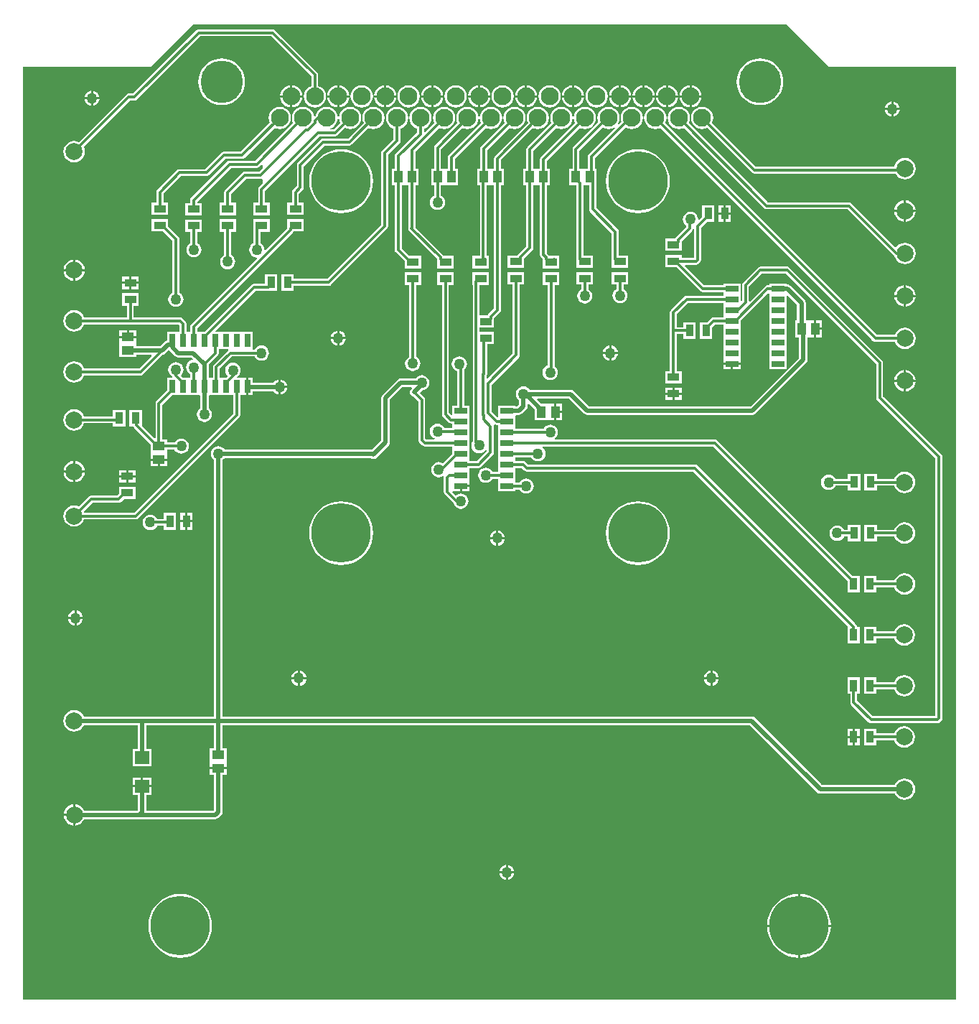
<source format=gtl>
G04*
G04 #@! TF.GenerationSoftware,Altium Limited,Altium Designer,19.0.9 (268)*
G04*
G04 Layer_Physical_Order=1*
G04 Layer_Color=255*
%FSLAX25Y25*%
%MOIN*%
G70*
G01*
G75*
%ADD25R,0.05709X0.03740*%
%ADD26R,0.04016X0.05787*%
%ADD27R,0.05787X0.04016*%
%ADD28R,0.03740X0.05709*%
%ADD29R,0.02559X0.06004*%
%ADD30R,0.06004X0.02559*%
%ADD31R,0.06614X0.05984*%
%ADD32C,0.01181*%
%ADD33C,0.01968*%
%ADD34C,0.07874*%
%ADD35C,0.19685*%
%ADD36C,0.08268*%
%ADD37C,0.27559*%
%ADD38C,0.05000*%
G36*
X157480Y433071D02*
X216535D01*
X216535Y433071D01*
Y-0D01*
X-216535D01*
X-216535Y0D01*
Y433071D01*
X-157480D01*
X-137795Y452756D01*
X137795D01*
X157480Y433071D01*
D02*
G37*
%LPC*%
G36*
X71996Y424404D02*
Y419791D01*
X76608D01*
X76498Y420632D01*
X75981Y421880D01*
X75158Y422953D01*
X74085Y423776D01*
X72836Y424293D01*
X71996Y424404D01*
D02*
G37*
G36*
X17469D02*
Y419791D01*
X22081D01*
X21970Y420632D01*
X21453Y421880D01*
X20630Y422953D01*
X19558Y423776D01*
X18309Y424293D01*
X17469Y424404D01*
D02*
G37*
G36*
X70996Y424404D02*
X70156Y424293D01*
X68907Y423776D01*
X67835Y422953D01*
X67012Y421880D01*
X66494Y420632D01*
X66384Y419791D01*
X70996D01*
Y424404D01*
D02*
G37*
G36*
X16468D02*
X15628Y424293D01*
X14379Y423776D01*
X13307Y422953D01*
X12484Y421880D01*
X11967Y420632D01*
X11856Y419791D01*
X16468D01*
Y424404D01*
D02*
G37*
G36*
X82902Y424404D02*
Y419791D01*
X87514D01*
X87403Y420632D01*
X86886Y421880D01*
X86063Y422953D01*
X84991Y423776D01*
X83742Y424293D01*
X82902Y424404D01*
D02*
G37*
G36*
X61090D02*
Y419791D01*
X65703D01*
X65592Y420632D01*
X65075Y421880D01*
X64252Y422953D01*
X63180Y423776D01*
X61931Y424293D01*
X61090Y424404D01*
D02*
G37*
G36*
X-26154D02*
Y419791D01*
X-21541D01*
X-21652Y420632D01*
X-22169Y421880D01*
X-22992Y422953D01*
X-24064Y423776D01*
X-25313Y424293D01*
X-26154Y424404D01*
D02*
G37*
G36*
X-47965D02*
Y419791D01*
X-43352D01*
X-43463Y420632D01*
X-43980Y421880D01*
X-44803Y422953D01*
X-45875Y423776D01*
X-47124Y424293D01*
X-47965Y424404D01*
D02*
G37*
G36*
X-69776D02*
Y419791D01*
X-65163D01*
X-65274Y420632D01*
X-65791Y421880D01*
X-66614Y422953D01*
X-67686Y423776D01*
X-68935Y424293D01*
X-69776Y424404D01*
D02*
G37*
G36*
X-91587D02*
Y419791D01*
X-86974D01*
X-87085Y420632D01*
X-87602Y421880D01*
X-88425Y422953D01*
X-89498Y423776D01*
X-90746Y424293D01*
X-91587Y424404D01*
D02*
G37*
G36*
X60091Y424404D02*
X59250Y424293D01*
X58002Y423776D01*
X56929Y422953D01*
X56106Y421880D01*
X55589Y420632D01*
X55478Y419791D01*
X60091D01*
Y424404D01*
D02*
G37*
G36*
X-27154D02*
X-27994Y424293D01*
X-29243Y423776D01*
X-30315Y422953D01*
X-31138Y421880D01*
X-31655Y420632D01*
X-31766Y419791D01*
X-27154D01*
Y424404D01*
D02*
G37*
G36*
X-48965D02*
X-49805Y424293D01*
X-51054Y423776D01*
X-52126Y422953D01*
X-52949Y421880D01*
X-53466Y420632D01*
X-53577Y419791D01*
X-48965D01*
Y424404D01*
D02*
G37*
G36*
X-70776D02*
X-71616Y424293D01*
X-72865Y423776D01*
X-73937Y422953D01*
X-74760Y421880D01*
X-75277Y420632D01*
X-75388Y419791D01*
X-70776D01*
Y424404D01*
D02*
G37*
G36*
X-92587D02*
X-93427Y424293D01*
X-94676Y423776D01*
X-95748Y422953D01*
X-96571Y421880D01*
X-97088Y420632D01*
X-97199Y419791D01*
X-92587D01*
Y424404D01*
D02*
G37*
G36*
X81902D02*
X81061Y424293D01*
X79813Y423776D01*
X78740Y422953D01*
X77917Y421880D01*
X77400Y420632D01*
X77289Y419791D01*
X81902D01*
Y424404D01*
D02*
G37*
G36*
X93807Y424404D02*
Y419791D01*
X98419D01*
X98309Y420632D01*
X97791Y421880D01*
X96969Y422953D01*
X95896Y423776D01*
X94647Y424293D01*
X93807Y424404D01*
D02*
G37*
G36*
X39279D02*
Y419791D01*
X43892D01*
X43781Y420632D01*
X43264Y421880D01*
X42441Y422953D01*
X41369Y423776D01*
X40120Y424293D01*
X39279Y424404D01*
D02*
G37*
G36*
X-4343D02*
Y419791D01*
X270D01*
X159Y420632D01*
X-358Y421880D01*
X-1181Y422953D01*
X-2253Y423776D01*
X-3502Y424293D01*
X-4343Y424404D01*
D02*
G37*
G36*
X92807Y424404D02*
X91967Y424293D01*
X90718Y423776D01*
X89646Y422953D01*
X88823Y421880D01*
X88305Y420632D01*
X88195Y419791D01*
X92807D01*
Y424404D01*
D02*
G37*
G36*
X38280D02*
X37439Y424293D01*
X36191Y423776D01*
X35118Y422953D01*
X34295Y421880D01*
X33778Y420632D01*
X33667Y419791D01*
X38280D01*
Y424404D01*
D02*
G37*
G36*
X-5342D02*
X-6183Y424293D01*
X-7432Y423776D01*
X-8504Y422953D01*
X-9327Y421880D01*
X-9844Y420632D01*
X-9955Y419791D01*
X-5342D01*
Y424404D01*
D02*
G37*
G36*
X-184130Y421876D02*
Y418912D01*
X-181166D01*
X-181220Y419325D01*
X-181573Y420177D01*
X-182134Y420908D01*
X-182865Y421469D01*
X-183716Y421822D01*
X-184130Y421876D01*
D02*
G37*
G36*
X-185130D02*
X-185544Y421822D01*
X-186395Y421469D01*
X-187126Y420908D01*
X-187687Y420177D01*
X-188040Y419325D01*
X-188094Y418912D01*
X-185130D01*
Y421876D01*
D02*
G37*
G36*
X125591Y436978D02*
X123889Y436844D01*
X122230Y436446D01*
X120653Y435793D01*
X119198Y434901D01*
X117900Y433793D01*
X116792Y432495D01*
X115900Y431040D01*
X115247Y429463D01*
X114848Y427804D01*
X114715Y426102D01*
X114848Y424401D01*
X115247Y422742D01*
X115900Y421165D01*
X116792Y419710D01*
X117900Y418412D01*
X119198Y417303D01*
X120653Y416412D01*
X122230Y415759D01*
X123889Y415360D01*
X125591Y415226D01*
X127292Y415360D01*
X128951Y415759D01*
X130528Y416412D01*
X131983Y417303D01*
X133281Y418412D01*
X134389Y419710D01*
X135281Y421165D01*
X135934Y422742D01*
X136333Y424401D01*
X136467Y426102D01*
X136333Y427804D01*
X135934Y429463D01*
X135281Y431040D01*
X134389Y432495D01*
X133281Y433793D01*
X131983Y434901D01*
X130528Y435793D01*
X128951Y436446D01*
X127292Y436844D01*
X125591Y436978D01*
D02*
G37*
G36*
X-124449D02*
X-126150Y436844D01*
X-127810Y436446D01*
X-129386Y435793D01*
X-130842Y434901D01*
X-132139Y433793D01*
X-133248Y432495D01*
X-134139Y431040D01*
X-134792Y429463D01*
X-135191Y427804D01*
X-135325Y426102D01*
X-135191Y424401D01*
X-134792Y422742D01*
X-134139Y421165D01*
X-133248Y419710D01*
X-132139Y418412D01*
X-130842Y417303D01*
X-129386Y416412D01*
X-127810Y415759D01*
X-126150Y415360D01*
X-124449Y415226D01*
X-122747Y415360D01*
X-121088Y415759D01*
X-119511Y416412D01*
X-118056Y417303D01*
X-116758Y418412D01*
X-115650Y419710D01*
X-114758Y421165D01*
X-114105Y422742D01*
X-113707Y424401D01*
X-113573Y426102D01*
X-113707Y427804D01*
X-114105Y429463D01*
X-114758Y431040D01*
X-115650Y432495D01*
X-116758Y433793D01*
X-118056Y434901D01*
X-119511Y435793D01*
X-121088Y436446D01*
X-122747Y436844D01*
X-124449Y436978D01*
D02*
G37*
G36*
X-181166Y417912D02*
X-184130D01*
Y414948D01*
X-183716Y415002D01*
X-182865Y415355D01*
X-182134Y415916D01*
X-181573Y416647D01*
X-181220Y417498D01*
X-181166Y417912D01*
D02*
G37*
G36*
X-185130D02*
X-188094D01*
X-188040Y417498D01*
X-187687Y416647D01*
X-187126Y415916D01*
X-186395Y415355D01*
X-185544Y415002D01*
X-185130Y414948D01*
Y417912D01*
D02*
G37*
G36*
X92807Y418791D02*
X88195D01*
X88305Y417951D01*
X88823Y416702D01*
X89646Y415630D01*
X90718Y414807D01*
X91967Y414290D01*
X92807Y414179D01*
Y418791D01*
D02*
G37*
G36*
X38280D02*
X33667D01*
X33778Y417951D01*
X34295Y416702D01*
X35118Y415630D01*
X36191Y414807D01*
X37439Y414290D01*
X38280Y414179D01*
Y418791D01*
D02*
G37*
G36*
X-5342D02*
X-9955D01*
X-9844Y417951D01*
X-9327Y416702D01*
X-8504Y415630D01*
X-7432Y414807D01*
X-6183Y414290D01*
X-5342Y414179D01*
Y418791D01*
D02*
G37*
G36*
X-48965Y418791D02*
X-53577D01*
X-53466Y417951D01*
X-52949Y416702D01*
X-52126Y415630D01*
X-51054Y414807D01*
X-49805Y414290D01*
X-48965Y414179D01*
Y418791D01*
D02*
G37*
G36*
X-70776D02*
X-75388D01*
X-75277Y417951D01*
X-74760Y416702D01*
X-73937Y415630D01*
X-72865Y414807D01*
X-71616Y414290D01*
X-70776Y414179D01*
Y418791D01*
D02*
G37*
G36*
X-92587D02*
X-97199D01*
X-97088Y417951D01*
X-96571Y416702D01*
X-95748Y415630D01*
X-94676Y414807D01*
X-93427Y414290D01*
X-92587Y414179D01*
Y418791D01*
D02*
G37*
G36*
X81902D02*
X77289D01*
X77400Y417951D01*
X77917Y416702D01*
X78740Y415630D01*
X79813Y414807D01*
X81061Y414290D01*
X81902Y414179D01*
Y418791D01*
D02*
G37*
G36*
X60091D02*
X55478D01*
X55589Y417951D01*
X56106Y416702D01*
X56929Y415630D01*
X58002Y414807D01*
X59250Y414290D01*
X60091Y414179D01*
Y418791D01*
D02*
G37*
G36*
X-27154D02*
X-31766D01*
X-31655Y417951D01*
X-31138Y416702D01*
X-30315Y415630D01*
X-29243Y414807D01*
X-27994Y414290D01*
X-27154Y414179D01*
Y418791D01*
D02*
G37*
G36*
X70996Y418791D02*
X66384D01*
X66494Y417951D01*
X67012Y416702D01*
X67835Y415630D01*
X68907Y414807D01*
X70156Y414290D01*
X70996Y414179D01*
Y418791D01*
D02*
G37*
G36*
X16468D02*
X11856D01*
X11967Y417951D01*
X12484Y416702D01*
X13307Y415630D01*
X14379Y414807D01*
X15628Y414290D01*
X16468Y414179D01*
Y418791D01*
D02*
G37*
G36*
X76608D02*
X71996D01*
Y414179D01*
X72836Y414290D01*
X74085Y414807D01*
X75158Y415630D01*
X75981Y416702D01*
X76498Y417951D01*
X76608Y418791D01*
D02*
G37*
G36*
X22081D02*
X17469D01*
Y414179D01*
X18309Y414290D01*
X19558Y414807D01*
X20630Y415630D01*
X21453Y416702D01*
X21970Y417951D01*
X22081Y418791D01*
D02*
G37*
G36*
X87514Y418791D02*
X82902D01*
Y414179D01*
X83742Y414290D01*
X84991Y414807D01*
X86063Y415630D01*
X86886Y416702D01*
X87403Y417951D01*
X87514Y418791D01*
D02*
G37*
G36*
X65703D02*
X61090D01*
Y414179D01*
X61931Y414290D01*
X63180Y414807D01*
X64252Y415630D01*
X65075Y416702D01*
X65592Y417951D01*
X65703Y418791D01*
D02*
G37*
G36*
X-21541D02*
X-26154D01*
Y414179D01*
X-25313Y414290D01*
X-24064Y414807D01*
X-22992Y415630D01*
X-22169Y416702D01*
X-21652Y417951D01*
X-21541Y418791D01*
D02*
G37*
G36*
X-43352D02*
X-47965D01*
Y414179D01*
X-47124Y414290D01*
X-45875Y414807D01*
X-44803Y415630D01*
X-43980Y416702D01*
X-43463Y417951D01*
X-43352Y418791D01*
D02*
G37*
G36*
X-65163D02*
X-69776D01*
Y414179D01*
X-68935Y414290D01*
X-67686Y414807D01*
X-66614Y415630D01*
X-65791Y416702D01*
X-65274Y417951D01*
X-65163Y418791D01*
D02*
G37*
G36*
X-86974D02*
X-91587D01*
Y414179D01*
X-90746Y414290D01*
X-89498Y414807D01*
X-88425Y415630D01*
X-87602Y416702D01*
X-87085Y417951D01*
X-86974Y418791D01*
D02*
G37*
G36*
X98419Y418791D02*
X93807D01*
Y414179D01*
X94647Y414290D01*
X95896Y414807D01*
X96969Y415630D01*
X97791Y416702D01*
X98309Y417951D01*
X98419Y418791D01*
D02*
G37*
G36*
X43892D02*
X39279D01*
Y414179D01*
X40120Y414290D01*
X41369Y414807D01*
X42441Y415630D01*
X43264Y416702D01*
X43781Y417951D01*
X43892Y418791D01*
D02*
G37*
G36*
X270D02*
X-4343D01*
Y414179D01*
X-3502Y414290D01*
X-2253Y414807D01*
X-1181Y415630D01*
X-358Y416702D01*
X159Y417951D01*
X270Y418791D01*
D02*
G37*
G36*
X49685Y424470D02*
X48345Y424293D01*
X47096Y423776D01*
X46024Y422953D01*
X45201Y421880D01*
X44683Y420632D01*
X44507Y419291D01*
X44683Y417951D01*
X45201Y416702D01*
X46024Y415630D01*
X47096Y414807D01*
X48345Y414290D01*
X49685Y414113D01*
X51025Y414290D01*
X52274Y414807D01*
X53347Y415630D01*
X54169Y416702D01*
X54687Y417951D01*
X54863Y419291D01*
X54687Y420632D01*
X54169Y421880D01*
X53347Y422953D01*
X52274Y423776D01*
X51025Y424293D01*
X49685Y424470D01*
D02*
G37*
G36*
X27874D02*
X26534Y424293D01*
X25285Y423776D01*
X24213Y422953D01*
X23390Y421880D01*
X22872Y420632D01*
X22696Y419291D01*
X22872Y417951D01*
X23390Y416702D01*
X24213Y415630D01*
X25285Y414807D01*
X26534Y414290D01*
X27874Y414113D01*
X29214Y414290D01*
X30463Y414807D01*
X31536Y415630D01*
X32358Y416702D01*
X32876Y417951D01*
X33052Y419291D01*
X32876Y420632D01*
X32358Y421880D01*
X31536Y422953D01*
X30463Y423776D01*
X29214Y424293D01*
X27874Y424470D01*
D02*
G37*
G36*
X6063D02*
X4723Y424293D01*
X3474Y423776D01*
X2402Y422953D01*
X1579Y421880D01*
X1061Y420632D01*
X885Y419291D01*
X1061Y417951D01*
X1579Y416702D01*
X2402Y415630D01*
X3474Y414807D01*
X4723Y414290D01*
X6063Y414113D01*
X7403Y414290D01*
X8652Y414807D01*
X9725Y415630D01*
X10547Y416702D01*
X11065Y417951D01*
X11241Y419291D01*
X11065Y420632D01*
X10547Y421880D01*
X9725Y422953D01*
X8652Y423776D01*
X7403Y424293D01*
X6063Y424470D01*
D02*
G37*
G36*
X-15748D02*
X-17088Y424293D01*
X-18337Y423776D01*
X-19410Y422953D01*
X-20232Y421880D01*
X-20750Y420632D01*
X-20926Y419291D01*
X-20750Y417951D01*
X-20232Y416702D01*
X-19410Y415630D01*
X-18337Y414807D01*
X-17088Y414290D01*
X-15748Y414113D01*
X-14408Y414290D01*
X-13159Y414807D01*
X-12087Y415630D01*
X-11264Y416702D01*
X-10746Y417951D01*
X-10570Y419291D01*
X-10746Y420632D01*
X-11264Y421880D01*
X-12087Y422953D01*
X-13159Y423776D01*
X-14408Y424293D01*
X-15748Y424470D01*
D02*
G37*
G36*
X-37559D02*
X-38899Y424293D01*
X-40148Y423776D01*
X-41221Y422953D01*
X-42044Y421880D01*
X-42561Y420632D01*
X-42737Y419291D01*
X-42561Y417951D01*
X-42044Y416702D01*
X-41221Y415630D01*
X-40148Y414807D01*
X-38899Y414290D01*
X-37559Y414113D01*
X-36219Y414290D01*
X-34970Y414807D01*
X-33898Y415630D01*
X-33075Y416702D01*
X-32557Y417951D01*
X-32381Y419291D01*
X-32557Y420632D01*
X-33075Y421880D01*
X-33898Y422953D01*
X-34970Y423776D01*
X-36219Y424293D01*
X-37559Y424470D01*
D02*
G37*
G36*
X-59370D02*
X-60710Y424293D01*
X-61959Y423776D01*
X-63032Y422953D01*
X-63854Y421880D01*
X-64372Y420632D01*
X-64548Y419291D01*
X-64372Y417951D01*
X-63854Y416702D01*
X-63032Y415630D01*
X-61959Y414807D01*
X-60710Y414290D01*
X-59370Y414113D01*
X-58030Y414290D01*
X-56781Y414807D01*
X-55709Y415630D01*
X-54886Y416702D01*
X-54368Y417951D01*
X-54192Y419291D01*
X-54368Y420632D01*
X-54886Y421880D01*
X-55709Y422953D01*
X-56781Y423776D01*
X-58030Y424293D01*
X-59370Y424470D01*
D02*
G37*
G36*
X-100787Y450441D02*
X-135039D01*
X-135660Y450317D01*
X-136186Y449966D01*
X-165618Y420534D01*
X-167604D01*
X-168225Y420410D01*
X-168751Y420059D01*
X-190756Y398053D01*
X-191625Y398412D01*
X-192913Y398582D01*
X-194202Y398412D01*
X-195403Y397915D01*
X-196434Y397124D01*
X-197226Y396092D01*
X-197723Y394891D01*
X-197893Y393602D01*
X-197723Y392314D01*
X-197226Y391113D01*
X-196434Y390081D01*
X-195403Y389290D01*
X-194202Y388792D01*
X-192913Y388623D01*
X-191625Y388792D01*
X-190424Y389290D01*
X-189392Y390081D01*
X-188601Y391113D01*
X-188103Y392314D01*
X-187934Y393602D01*
X-188103Y394891D01*
X-188463Y395759D01*
X-166932Y417290D01*
X-164946D01*
X-164326Y417414D01*
X-163800Y417765D01*
X-134368Y447197D01*
X-101459D01*
X-82803Y428541D01*
Y424177D01*
X-83770Y423776D01*
X-84843Y422953D01*
X-85666Y421880D01*
X-86183Y420632D01*
X-86359Y419291D01*
X-86183Y417951D01*
X-85666Y416702D01*
X-84843Y415630D01*
X-83770Y414807D01*
X-82521Y414290D01*
X-81181Y414113D01*
X-79841Y414290D01*
X-78592Y414807D01*
X-77520Y415630D01*
X-76697Y416702D01*
X-76179Y417951D01*
X-76003Y419291D01*
X-76179Y420632D01*
X-76697Y421880D01*
X-77520Y422953D01*
X-78592Y423776D01*
X-79559Y424177D01*
Y429213D01*
X-79683Y429833D01*
X-80034Y430359D01*
X-99641Y449966D01*
X-100167Y450317D01*
X-100787Y450441D01*
D02*
G37*
G36*
X187508Y416850D02*
Y413886D01*
X190472D01*
X190418Y414299D01*
X190065Y415151D01*
X189504Y415882D01*
X188773Y416443D01*
X187922Y416796D01*
X187508Y416850D01*
D02*
G37*
G36*
X186508D02*
X186094Y416796D01*
X185243Y416443D01*
X184512Y415882D01*
X183951Y415151D01*
X183598Y414299D01*
X183544Y413886D01*
X186508D01*
Y416850D01*
D02*
G37*
G36*
X190472Y412886D02*
X187508D01*
Y409922D01*
X187922Y409976D01*
X188773Y410329D01*
X189504Y410890D01*
X190065Y411621D01*
X190418Y412472D01*
X190472Y412886D01*
D02*
G37*
G36*
X186508D02*
X183544D01*
X183598Y412472D01*
X183951Y411621D01*
X184512Y410890D01*
X185243Y410329D01*
X186094Y409976D01*
X186508Y409922D01*
Y412886D01*
D02*
G37*
G36*
X66063Y414469D02*
X64723Y414293D01*
X63474Y413776D01*
X62401Y412953D01*
X61579Y411880D01*
X61061Y410632D01*
X60885Y409291D01*
X61061Y407951D01*
X61231Y407541D01*
X59873Y406183D01*
X59497Y406513D01*
X59642Y406702D01*
X60159Y407951D01*
X60336Y409291D01*
X60159Y410632D01*
X59642Y411880D01*
X58819Y412953D01*
X57747Y413776D01*
X56498Y414293D01*
X55158Y414469D01*
X53817Y414293D01*
X52568Y413776D01*
X51496Y412953D01*
X50673Y411880D01*
X50156Y410632D01*
X49979Y409291D01*
X50156Y407951D01*
X50425Y407301D01*
X38971Y395847D01*
X38620Y395321D01*
X38496Y394701D01*
Y385784D01*
X37110D01*
Y377996D01*
X40367D01*
Y343799D01*
X40398Y343643D01*
Y339650D01*
X48106D01*
Y345390D01*
X43610D01*
Y377996D01*
X46292D01*
Y366900D01*
X46415Y366279D01*
X46767Y365753D01*
X56705Y355815D01*
Y343799D01*
X56736Y343643D01*
Y339650D01*
X64445D01*
Y345390D01*
X59948D01*
Y356486D01*
X59825Y357107D01*
X59474Y357633D01*
X49535Y367571D01*
Y380472D01*
X49504Y380629D01*
Y385784D01*
X48866D01*
Y390588D01*
X63254Y404976D01*
X63474Y404807D01*
X64723Y404290D01*
X66063Y404113D01*
X67403Y404290D01*
X68652Y404807D01*
X69725Y405630D01*
X70547Y406702D01*
X71065Y407951D01*
X71241Y409291D01*
X71065Y410632D01*
X70547Y411880D01*
X69725Y412953D01*
X68652Y413776D01*
X67403Y414293D01*
X66063Y414469D01*
D02*
G37*
G36*
X44252D02*
X42912Y414293D01*
X41663Y413776D01*
X40591Y412953D01*
X39768Y411880D01*
X39250Y410632D01*
X39074Y409291D01*
X39250Y407951D01*
X39651Y406984D01*
X23922Y391255D01*
X23571Y390729D01*
X23447Y390108D01*
Y385784D01*
X22199D01*
X22061Y385784D01*
X21699D01*
X21561Y385784D01*
X20313D01*
Y393964D01*
X31039Y404690D01*
X32006Y404290D01*
X33347Y404113D01*
X34687Y404290D01*
X35936Y404807D01*
X37008Y405630D01*
X37831Y406702D01*
X38348Y407951D01*
X38525Y409291D01*
X38348Y410632D01*
X37831Y411880D01*
X37008Y412953D01*
X35936Y413776D01*
X34687Y414293D01*
X33347Y414469D01*
X32006Y414293D01*
X30757Y413776D01*
X29685Y412953D01*
X28862Y411880D01*
X28345Y410632D01*
X28168Y409291D01*
X28345Y407951D01*
X28745Y406984D01*
X17544Y395782D01*
X17193Y395256D01*
X17069Y394636D01*
Y385784D01*
X15683D01*
Y377996D01*
X17069D01*
Y349717D01*
X13283Y345930D01*
X12931Y345404D01*
X12928Y345390D01*
X8311D01*
Y339650D01*
X16020D01*
Y343643D01*
X16051Y343799D01*
Y344112D01*
X19838Y347899D01*
X20189Y348425D01*
X20313Y349045D01*
Y377996D01*
X21561D01*
X21699Y377996D01*
X22061D01*
X22199Y377996D01*
X23447D01*
Y345797D01*
X23571Y345177D01*
X23922Y344651D01*
X24658Y343915D01*
Y343602D01*
X24689Y343446D01*
Y339453D01*
X32398D01*
Y345193D01*
X29980D01*
X29823Y345224D01*
X29666Y345193D01*
X27781D01*
X27778Y345207D01*
X27426Y345733D01*
X26691Y346469D01*
Y377996D01*
X28077D01*
Y385784D01*
X26691D01*
Y389437D01*
X41944Y404690D01*
X42912Y404290D01*
X44252Y404113D01*
X45592Y404290D01*
X46841Y404807D01*
X47914Y405630D01*
X48736Y406702D01*
X49254Y407951D01*
X49430Y409291D01*
X49254Y410632D01*
X48736Y411880D01*
X47914Y412953D01*
X46841Y413776D01*
X45592Y414293D01*
X44252Y414469D01*
D02*
G37*
G36*
X22441D02*
X21101Y414293D01*
X19852Y413776D01*
X18779Y412953D01*
X17956Y411880D01*
X17439Y410632D01*
X17263Y409291D01*
X17439Y407951D01*
X17840Y406984D01*
X2495Y391639D01*
X2144Y391113D01*
X2020Y390492D01*
Y385784D01*
X772D01*
X634Y385784D01*
X272D01*
X134Y385784D01*
X-1115D01*
Y394348D01*
X9228Y404690D01*
X10195Y404290D01*
X11535Y404113D01*
X12876Y404290D01*
X14124Y404807D01*
X15197Y405630D01*
X16020Y406702D01*
X16537Y407951D01*
X16714Y409291D01*
X16537Y410632D01*
X16020Y411880D01*
X15197Y412953D01*
X14124Y413776D01*
X12876Y414293D01*
X11535Y414469D01*
X10195Y414293D01*
X8946Y413776D01*
X7874Y412953D01*
X7051Y411880D01*
X6534Y410632D01*
X6357Y409291D01*
X6534Y407951D01*
X6934Y406984D01*
X-3883Y396166D01*
X-4234Y395640D01*
X-4358Y395020D01*
Y385784D01*
X-5744D01*
Y377996D01*
X-4515D01*
Y345193D01*
X-8027D01*
Y339453D01*
X-319D01*
Y343446D01*
X-288Y343602D01*
X-319Y343759D01*
Y345193D01*
X-1272D01*
Y377996D01*
X134D01*
X272Y377996D01*
X634D01*
X772Y377996D01*
X2020D01*
Y320849D01*
X-655Y318174D01*
X-1006Y317648D01*
X-1009Y317634D01*
X-4595D01*
Y331776D01*
X-319D01*
Y337516D01*
X-8027D01*
Y331776D01*
X-7838D01*
Y259042D01*
X-7900Y258962D01*
X-8252Y258110D01*
X-8373Y257197D01*
X-8252Y256283D01*
X-7900Y255432D01*
X-7339Y254700D01*
X-6608Y254139D01*
X-5756Y253787D01*
X-4843Y253666D01*
X-3929Y253787D01*
X-3077Y254139D01*
X-2346Y254700D01*
X-1785Y255432D01*
X-1767Y255475D01*
X-1267Y255375D01*
Y254576D01*
X-5816Y250027D01*
X-9352D01*
Y250685D01*
X-9352D01*
Y251126D01*
X-9352D01*
Y255626D01*
X-9352Y255685D01*
Y256126D01*
X-9352Y256185D01*
Y260626D01*
X-9352Y260685D01*
Y261126D01*
X-9352Y261185D01*
Y265626D01*
X-9352Y265685D01*
Y266126D01*
X-9352Y266185D01*
Y270626D01*
X-9352Y270685D01*
Y271126D01*
X-9352Y271185D01*
Y275685D01*
X-11733D01*
Y292421D01*
X-11547Y292563D01*
X-10986Y293294D01*
X-10633Y294145D01*
X-10513Y295059D01*
X-10633Y295973D01*
X-10986Y296824D01*
X-11547Y297555D01*
X-12278Y298116D01*
X-13130Y298469D01*
X-14043Y298589D01*
X-14957Y298469D01*
X-15808Y298116D01*
X-16540Y297555D01*
X-17100Y296824D01*
X-17453Y295973D01*
X-17573Y295059D01*
X-17453Y294145D01*
X-17100Y293294D01*
X-16540Y292563D01*
X-15808Y292002D01*
X-14976Y291657D01*
Y275685D01*
X-17356D01*
Y271499D01*
X-17856Y271291D01*
X-18890Y272325D01*
Y331776D01*
X-16657D01*
Y337516D01*
X-24366D01*
Y331776D01*
X-22133D01*
Y271654D01*
X-22010Y271033D01*
X-21658Y270507D01*
X-19159Y268007D01*
X-18632Y267655D01*
X-18352Y267600D01*
X-18347Y267596D01*
X-17726Y267473D01*
X-17356D01*
Y266185D01*
X-17356Y266126D01*
Y265685D01*
X-17569Y265214D01*
X-20969D01*
X-21106Y265545D01*
X-21667Y266276D01*
X-22398Y266837D01*
X-23250Y267189D01*
X-24163Y267310D01*
X-25077Y267189D01*
X-25929Y266837D01*
X-26660Y266276D01*
X-27221Y265545D01*
X-27573Y264693D01*
X-27694Y263779D01*
X-27573Y262866D01*
X-27221Y262014D01*
X-26660Y261283D01*
X-25929Y260722D01*
X-25458Y260527D01*
X-25557Y260027D01*
X-29387D01*
X-29874Y260514D01*
Y278472D01*
X-29998Y279093D01*
X-30349Y279619D01*
X-32452Y281722D01*
X-31366Y282808D01*
X-30582Y282911D01*
X-29731Y283264D01*
X-29000Y283825D01*
X-28439Y284556D01*
X-28086Y285407D01*
X-27966Y286321D01*
X-28086Y287234D01*
X-28439Y288086D01*
X-29000Y288817D01*
X-29731Y289378D01*
X-30582Y289731D01*
X-31496Y289851D01*
X-32410Y289731D01*
X-33261Y289378D01*
X-33992Y288817D01*
X-34355Y288344D01*
X-41317D01*
X-42091Y288190D01*
X-42748Y287751D01*
X-49694Y280805D01*
X-50133Y280148D01*
X-50287Y279374D01*
Y259515D01*
X-54373Y255429D01*
X-123125D01*
X-123488Y255902D01*
X-124219Y256463D01*
X-125071Y256815D01*
X-125984Y256936D01*
X-126898Y256815D01*
X-127749Y256463D01*
X-128481Y255902D01*
X-129042Y255171D01*
X-129394Y254319D01*
X-129515Y253405D01*
X-129394Y252492D01*
X-129042Y251640D01*
X-128481Y250909D01*
X-128007Y250546D01*
Y131511D01*
X-165354D01*
X-165602Y131462D01*
X-188428D01*
X-188601Y131880D01*
X-189392Y132911D01*
X-190424Y133702D01*
X-191625Y134200D01*
X-192913Y134369D01*
X-194202Y134200D01*
X-195403Y133702D01*
X-196434Y132911D01*
X-197226Y131880D01*
X-197723Y130679D01*
X-197893Y129390D01*
X-197723Y128101D01*
X-197226Y126900D01*
X-196434Y125869D01*
X-195403Y125077D01*
X-194202Y124580D01*
X-192913Y124410D01*
X-191625Y124580D01*
X-190424Y125077D01*
X-189392Y125869D01*
X-188601Y126900D01*
X-188387Y127416D01*
X-165403D01*
X-165156Y127465D01*
X-163440D01*
Y116437D01*
X-165724D01*
Y108453D01*
X-157110D01*
Y116437D01*
X-159394D01*
Y127465D01*
X-128007D01*
Y116827D01*
X-129878D01*
Y110949D01*
X-129878Y110811D01*
Y110449D01*
X-129878Y110311D01*
Y107941D01*
X-125984D01*
X-122091D01*
Y110311D01*
X-122090Y110449D01*
Y110811D01*
X-122091Y110949D01*
Y116827D01*
X-123961D01*
Y127465D01*
X120894D01*
X152113Y96247D01*
X152769Y95808D01*
X153543Y95654D01*
X188211D01*
X188404Y95187D01*
X189195Y94156D01*
X190227Y93365D01*
X191428Y92867D01*
X192717Y92698D01*
X194005Y92867D01*
X195206Y93365D01*
X196238Y94156D01*
X197029Y95187D01*
X197527Y96388D01*
X197696Y97677D01*
X197527Y98966D01*
X197029Y100167D01*
X196238Y101198D01*
X195206Y101990D01*
X194005Y102487D01*
X192717Y102657D01*
X191428Y102487D01*
X190227Y101990D01*
X189195Y101198D01*
X188404Y100167D01*
X188211Y99700D01*
X154381D01*
X123163Y130919D01*
X122506Y131357D01*
X121732Y131511D01*
X-123961D01*
Y250546D01*
X-123488Y250909D01*
X-123125Y251382D01*
X-54983D01*
X-54672Y251174D01*
X-53898Y251020D01*
X-53123Y251174D01*
X-52467Y251613D01*
X-46833Y257247D01*
X-46395Y257903D01*
X-46241Y258677D01*
Y278536D01*
X-40479Y284298D01*
X-36252D01*
X-36060Y283836D01*
X-36460Y283436D01*
X-36899Y282780D01*
X-37053Y282006D01*
X-36899Y281231D01*
X-36460Y280575D01*
X-35804Y280136D01*
X-35367Y280050D01*
X-33118Y277800D01*
Y259842D01*
X-32994Y259222D01*
X-32643Y258696D01*
X-31206Y257259D01*
X-30680Y256907D01*
X-30059Y256784D01*
X-17356D01*
Y256185D01*
X-17356Y256126D01*
Y255685D01*
X-17356Y255626D01*
Y253419D01*
X-21776Y248999D01*
X-21857Y249061D01*
X-22708Y249414D01*
X-23622Y249534D01*
X-24536Y249414D01*
X-25387Y249061D01*
X-26118Y248500D01*
X-26679Y247769D01*
X-27032Y246918D01*
X-27152Y246004D01*
X-27032Y245090D01*
X-26679Y244239D01*
X-26118Y243508D01*
X-25387Y242947D01*
X-24536Y242594D01*
X-23622Y242474D01*
X-22708Y242594D01*
X-21857Y242947D01*
X-21609Y243137D01*
X-21431Y243042D01*
X-21201Y242820D01*
X-21307Y242289D01*
Y235682D01*
X-21183Y235062D01*
X-20832Y234536D01*
X-16767Y230471D01*
X-16764Y230447D01*
X-16411Y229596D01*
X-15850Y228864D01*
X-15119Y228303D01*
X-14268Y227951D01*
X-13354Y227831D01*
X-12441Y227951D01*
X-11589Y228303D01*
X-10858Y228864D01*
X-10297Y229596D01*
X-9944Y230447D01*
X-9824Y231361D01*
X-9944Y232274D01*
X-10297Y233126D01*
X-10858Y233857D01*
X-11589Y234418D01*
X-12441Y234771D01*
X-13354Y234891D01*
X-14268Y234771D01*
X-15119Y234418D01*
X-15690Y233980D01*
X-17335Y235626D01*
X-17128Y236126D01*
X-16951Y236126D01*
X-13854D01*
Y238405D01*
X-13354D01*
Y238906D01*
X-9352D01*
Y240626D01*
X-9352Y240685D01*
Y241126D01*
X-9352Y241185D01*
Y245626D01*
X-9352Y245685D01*
Y246126D01*
X-9352Y246185D01*
Y246784D01*
X-5144D01*
X-4524Y246907D01*
X-3998Y247259D01*
X1501Y252758D01*
X1853Y253284D01*
X1976Y253904D01*
Y266130D01*
X1853Y266750D01*
X1841Y266768D01*
X2201Y267128D01*
X2532Y266907D01*
X3153Y266784D01*
X3998D01*
Y266185D01*
X3998Y266126D01*
Y265685D01*
X3998Y265626D01*
Y261126D01*
X3998D01*
Y260685D01*
X3998D01*
Y256126D01*
X3998D01*
Y255685D01*
X3998D01*
Y251185D01*
X3998Y251126D01*
Y250685D01*
X3998Y250626D01*
Y246185D01*
X3998Y246126D01*
Y245685D01*
X3998Y245626D01*
Y245027D01*
X1345D01*
X1286Y245171D01*
X725Y245902D01*
X-7Y246463D01*
X-858Y246815D01*
X-1772Y246936D01*
X-2685Y246815D01*
X-3537Y246463D01*
X-4268Y245902D01*
X-4829Y245171D01*
X-5181Y244319D01*
X-5302Y243406D01*
X-5181Y242492D01*
X-4829Y241640D01*
X-4268Y240909D01*
X-3537Y240348D01*
X-2685Y239996D01*
X-1772Y239875D01*
X-858Y239996D01*
X-7Y240348D01*
X725Y240909D01*
X1286Y241640D01*
X1345Y241784D01*
X3998D01*
Y241185D01*
X3998Y241126D01*
Y240685D01*
X3998Y240626D01*
Y236126D01*
X12002D01*
Y236784D01*
X13852D01*
X13911Y236640D01*
X14472Y235909D01*
X15203Y235348D01*
X16055Y234996D01*
X16969Y234875D01*
X17882Y234996D01*
X18734Y235348D01*
X19465Y235909D01*
X20026Y236640D01*
X20378Y237492D01*
X20499Y238405D01*
X20378Y239319D01*
X20026Y240171D01*
X19465Y240902D01*
X18734Y241463D01*
X17882Y241815D01*
X16969Y241936D01*
X16055Y241815D01*
X15203Y241463D01*
X14472Y240902D01*
X13911Y240171D01*
X13852Y240027D01*
X12002D01*
Y240626D01*
X12002Y240685D01*
Y241126D01*
X12002Y241185D01*
Y245626D01*
X12002Y245685D01*
Y246126D01*
X12002Y246185D01*
Y246784D01*
X14801D01*
X15997Y245588D01*
X16523Y245236D01*
X17143Y245113D01*
X94720D01*
X166360Y173473D01*
X166224Y173146D01*
X166224D01*
Y171712D01*
X166193Y171555D01*
X166224Y171398D01*
Y165437D01*
X171965D01*
Y173146D01*
X170694D01*
X170593Y173652D01*
X170241Y174178D01*
X96538Y247881D01*
X96012Y248233D01*
X95391Y248356D01*
X17815D01*
X16619Y249552D01*
X16093Y249904D01*
X15472Y250027D01*
X12002D01*
Y250626D01*
X12002Y250685D01*
Y251126D01*
X12002Y251185D01*
Y251784D01*
X19324D01*
X19384Y251640D01*
X19945Y250909D01*
X20676Y250348D01*
X21527Y249996D01*
X22441Y249875D01*
X23355Y249996D01*
X24206Y250348D01*
X24937Y250909D01*
X25498Y251640D01*
X25851Y252492D01*
X25971Y253405D01*
X25851Y254319D01*
X25498Y255171D01*
X24937Y255902D01*
X24439Y256284D01*
X24609Y256784D01*
X103915D01*
X166224Y194474D01*
Y189059D01*
X171965D01*
Y196768D01*
X168518D01*
X105733Y259552D01*
X105207Y259904D01*
X104587Y260027D01*
X30381D01*
X30211Y260527D01*
X30709Y260909D01*
X31270Y261640D01*
X31623Y262492D01*
X31743Y263405D01*
X31623Y264319D01*
X31270Y265171D01*
X30709Y265902D01*
X29978Y266463D01*
X29127Y266815D01*
X28213Y266936D01*
X27299Y266815D01*
X26448Y266463D01*
X25717Y265902D01*
X25156Y265171D01*
X25096Y265027D01*
X12002D01*
Y265626D01*
X12002Y265685D01*
Y266126D01*
X12002Y266185D01*
Y270626D01*
X12002Y270685D01*
Y271126D01*
X12420Y271382D01*
X13674D01*
X14448Y271536D01*
X15104Y271975D01*
X17179Y274049D01*
X17617Y274706D01*
X17771Y275480D01*
Y276511D01*
X18233Y276703D01*
X21103Y273833D01*
Y268906D01*
X26981D01*
X27119Y268906D01*
X27481D01*
X27619Y268906D01*
X29989D01*
Y272800D01*
Y276694D01*
X27619D01*
X27481Y276694D01*
X27119D01*
X26981Y276694D01*
X23964D01*
X22023Y278635D01*
X22214Y279097D01*
X36841D01*
X43963Y271975D01*
X44620Y271536D01*
X45394Y271382D01*
X122098D01*
X122872Y271536D01*
X123529Y271975D01*
X147096Y295542D01*
X147535Y296198D01*
X147688Y296973D01*
Y307488D01*
X148181Y307506D01*
X148319Y307506D01*
X150689D01*
Y311400D01*
Y315294D01*
X148319D01*
X148181Y315294D01*
X147819D01*
X147681Y315294D01*
X146834D01*
Y323496D01*
X146680Y324270D01*
X146242Y324927D01*
X139679Y331490D01*
X139022Y331928D01*
X138248Y332082D01*
X137860D01*
Y332339D01*
X129856D01*
Y331539D01*
X129085D01*
X128464Y331416D01*
X127938Y331064D01*
X120911Y324037D01*
X120449Y324228D01*
Y330951D01*
X126459Y336961D01*
X137576D01*
X179558Y294979D01*
Y279450D01*
X179681Y278830D01*
X180033Y278304D01*
X207040Y251297D01*
Y131543D01*
X177837D01*
X170716Y138664D01*
Y141913D01*
X171965D01*
Y149622D01*
X166224D01*
Y141913D01*
X167473D01*
Y137992D01*
X167596Y137372D01*
X167948Y136845D01*
X176019Y128774D01*
X176545Y128423D01*
X177165Y128299D01*
X207969D01*
X208590Y128423D01*
X209116Y128774D01*
X209808Y129466D01*
X210160Y129992D01*
X210283Y130613D01*
Y251969D01*
X210160Y252589D01*
X209808Y253115D01*
X182801Y280122D01*
Y295651D01*
X182678Y296272D01*
X182326Y296798D01*
X139395Y339729D01*
X138869Y340081D01*
X138248Y340204D01*
X125787D01*
X125167Y340081D01*
X124641Y339729D01*
X117681Y332769D01*
X117329Y332243D01*
X117206Y331623D01*
Y324401D01*
X117006Y324248D01*
X116506Y324495D01*
Y327279D01*
X116506Y327339D01*
Y327780D01*
X116506Y327839D01*
Y332339D01*
X108502D01*
Y331681D01*
X99660D01*
X90708Y340633D01*
X90899Y341095D01*
X95934D01*
X96555Y341218D01*
X97081Y341570D01*
X97773Y342262D01*
X98125Y342788D01*
X98248Y343408D01*
Y358356D01*
X100998Y361106D01*
X104445D01*
Y368815D01*
X98705D01*
Y363400D01*
X97285Y361980D01*
X96975Y362133D01*
X96833Y362235D01*
X96717Y363118D01*
X96364Y363970D01*
X95803Y364701D01*
X95072Y365262D01*
X94221Y365615D01*
X93307Y365735D01*
X92393Y365615D01*
X91542Y365262D01*
X90811Y364701D01*
X90250Y363970D01*
X89897Y363118D01*
X89777Y362205D01*
X89897Y361291D01*
X90250Y360440D01*
X90811Y359708D01*
X91264Y359361D01*
Y358605D01*
X86463Y353804D01*
X86112Y353278D01*
X86109Y353264D01*
X81492D01*
Y347524D01*
X89201D01*
Y351517D01*
X89232Y351673D01*
Y351986D01*
X94033Y356786D01*
X94384Y357312D01*
X94508Y357933D01*
X95005Y357926D01*
Y344338D01*
X89201D01*
Y345587D01*
X81492D01*
Y339846D01*
X86907D01*
X97842Y328912D01*
X98368Y328561D01*
X98988Y328437D01*
X108502D01*
Y327839D01*
X108502Y327780D01*
Y327339D01*
X108502Y327279D01*
Y326681D01*
X91508D01*
X90887Y326557D01*
X90361Y326206D01*
X84200Y320044D01*
X83848Y319518D01*
X83725Y318898D01*
Y311024D01*
Y291807D01*
X81492D01*
Y286067D01*
X89201D01*
Y291807D01*
X86968D01*
Y308929D01*
X90016D01*
Y306697D01*
X95756D01*
Y314405D01*
X90016D01*
Y312173D01*
X86968D01*
Y318226D01*
X92180Y323437D01*
X108502D01*
Y322780D01*
X108502Y322779D01*
Y322339D01*
X108502D01*
X108502Y322280D01*
Y317780D01*
X108502Y317779D01*
Y317339D01*
X108502D01*
X108502Y317280D01*
Y316681D01*
X104087D01*
X103466Y316557D01*
X102940Y316206D01*
X101140Y314405D01*
X97693D01*
Y306697D01*
X103433D01*
Y312112D01*
X104758Y313437D01*
X108502D01*
Y312839D01*
X108502Y312779D01*
Y312339D01*
X108502Y312280D01*
Y307839D01*
X108502Y307780D01*
Y307339D01*
X108502Y307279D01*
Y302839D01*
X108502Y302780D01*
Y302339D01*
X108502Y302279D01*
Y297839D01*
X108502Y297779D01*
Y297339D01*
X108502Y297280D01*
Y295559D01*
X116506D01*
Y297280D01*
X116506Y297339D01*
Y297779D01*
X116506Y297839D01*
Y302279D01*
X116506Y302339D01*
Y302780D01*
X116506Y302839D01*
Y307279D01*
X116506Y307339D01*
Y307780D01*
X116506Y307839D01*
Y312280D01*
X116506Y312339D01*
Y312779D01*
X116506Y312839D01*
Y315045D01*
X129356Y327896D01*
X129856Y327780D01*
Y327339D01*
X129856Y327279D01*
Y322839D01*
X129856Y322779D01*
Y322339D01*
X129856Y322280D01*
Y317839D01*
X129856Y317779D01*
Y317339D01*
X129856Y317280D01*
Y312839D01*
X129856Y312779D01*
Y312339D01*
X129856Y312280D01*
Y307839D01*
X129856Y307780D01*
Y307339D01*
X129856Y307279D01*
Y302839D01*
X129856Y302780D01*
Y302339D01*
X129856Y302279D01*
Y297839D01*
X129856Y297779D01*
Y297339D01*
X129856Y297280D01*
Y292779D01*
X137860D01*
Y297280D01*
X137860Y297339D01*
Y297779D01*
X137860Y297839D01*
Y302279D01*
X137860Y302339D01*
Y302780D01*
X137860Y302839D01*
Y307279D01*
X137860Y307339D01*
Y307780D01*
X137860Y307839D01*
Y312280D01*
X137860Y312339D01*
Y312779D01*
X137860Y312839D01*
Y317280D01*
X137860Y317339D01*
Y317779D01*
X137860Y317839D01*
Y322280D01*
X137860Y322339D01*
Y322779D01*
X137860Y322839D01*
Y326879D01*
X138360Y327086D01*
X142788Y322658D01*
Y315294D01*
X141803D01*
Y307506D01*
X143642D01*
Y297811D01*
X121260Y275429D01*
X46232D01*
X39109Y282551D01*
X38453Y282990D01*
X37679Y283144D01*
X18607D01*
X18244Y283617D01*
X17513Y284178D01*
X16662Y284530D01*
X15748Y284651D01*
X14834Y284530D01*
X13983Y284178D01*
X13252Y283617D01*
X12691Y282886D01*
X12338Y282034D01*
X12218Y281120D01*
X12338Y280207D01*
X12691Y279355D01*
X13252Y278624D01*
X13725Y278261D01*
Y276318D01*
X12835Y275429D01*
X12002D01*
Y275685D01*
X3998D01*
Y271185D01*
X3998Y271126D01*
Y270685D01*
X3998Y270626D01*
Y270561D01*
X3498Y270354D01*
X834Y273017D01*
Y285356D01*
X13544Y298066D01*
X13896Y298592D01*
X14019Y299213D01*
Y331972D01*
X16020D01*
Y337713D01*
X8311D01*
Y331972D01*
X10776D01*
Y299884D01*
X-885Y288224D01*
X-1347Y288415D01*
Y289704D01*
X-1258Y289838D01*
X-1134Y290458D01*
Y304217D01*
X2083D01*
Y309957D01*
X-4595D01*
Y311894D01*
X2083D01*
Y315887D01*
X2114Y316043D01*
Y316356D01*
X4789Y319030D01*
X5140Y319557D01*
X5263Y320177D01*
Y377996D01*
X6650D01*
Y385784D01*
X5263D01*
Y389820D01*
X20133Y404690D01*
X21101Y404290D01*
X22441Y404113D01*
X23781Y404290D01*
X25030Y404807D01*
X26103Y405630D01*
X26925Y406702D01*
X27443Y407951D01*
X27619Y409291D01*
X27443Y410632D01*
X26925Y411880D01*
X26103Y412953D01*
X25030Y413776D01*
X23781Y414293D01*
X22441Y414469D01*
D02*
G37*
G36*
X630D02*
X-710Y414293D01*
X-1959Y413776D01*
X-3032Y412953D01*
X-3855Y411880D01*
X-4372Y410632D01*
X-4548Y409291D01*
X-4372Y407951D01*
X-3971Y406984D01*
X-18932Y392023D01*
X-19284Y391497D01*
X-19407Y390876D01*
Y385784D01*
X-20655D01*
X-20793Y385784D01*
X-21156D01*
X-21293Y385784D01*
X-22542D01*
Y394732D01*
X-12583Y404690D01*
X-11616Y404290D01*
X-10276Y404113D01*
X-8935Y404290D01*
X-7687Y404807D01*
X-6614Y405630D01*
X-5791Y406702D01*
X-5274Y407951D01*
X-5097Y409291D01*
X-5274Y410632D01*
X-5791Y411880D01*
X-6614Y412953D01*
X-7687Y413776D01*
X-8935Y414293D01*
X-10276Y414469D01*
X-11616Y414293D01*
X-12865Y413776D01*
X-13937Y412953D01*
X-14760Y411880D01*
X-15277Y410632D01*
X-15454Y409291D01*
X-15277Y407951D01*
X-14877Y406984D01*
X-25310Y396550D01*
X-25662Y396024D01*
X-25785Y395404D01*
Y385784D01*
X-27171D01*
Y377996D01*
X-25785D01*
Y373195D01*
X-25929Y373136D01*
X-26660Y372575D01*
X-27221Y371844D01*
X-27573Y370992D01*
X-27694Y370079D01*
X-27573Y369165D01*
X-27221Y368314D01*
X-26660Y367583D01*
X-25929Y367021D01*
X-25077Y366669D01*
X-24163Y366548D01*
X-23250Y366669D01*
X-22398Y367021D01*
X-21667Y367583D01*
X-21106Y368314D01*
X-20753Y369165D01*
X-20633Y370079D01*
X-20753Y370992D01*
X-21106Y371844D01*
X-21667Y372575D01*
X-22398Y373136D01*
X-22542Y373195D01*
Y377996D01*
X-21293D01*
X-21156Y377996D01*
X-20793D01*
X-20655Y377996D01*
X-14777D01*
Y385784D01*
X-16164D01*
Y390204D01*
X-1678Y404690D01*
X-710Y404290D01*
X630Y404113D01*
X1970Y404290D01*
X3219Y404807D01*
X4291Y405630D01*
X5114Y406702D01*
X5632Y407951D01*
X5808Y409291D01*
X5632Y410632D01*
X5114Y411880D01*
X4291Y412953D01*
X3219Y413776D01*
X1970Y414293D01*
X630Y414469D01*
D02*
G37*
G36*
X-53898D02*
X-55238Y414293D01*
X-56487Y413776D01*
X-57559Y412953D01*
X-58382Y411880D01*
X-58899Y410632D01*
X-59076Y409291D01*
X-58899Y407951D01*
X-58499Y406984D01*
X-65829Y399653D01*
X-77362D01*
X-77983Y399530D01*
X-78509Y399178D01*
X-89040Y388647D01*
X-89392Y388121D01*
X-89515Y387500D01*
Y377739D01*
X-91304Y375950D01*
X-91656Y375424D01*
X-91779Y374803D01*
Y369997D01*
X-94012D01*
Y364256D01*
X-86303D01*
Y369997D01*
X-88536D01*
Y374131D01*
X-86747Y375920D01*
X-86395Y376446D01*
X-86272Y377067D01*
Y386828D01*
X-76691Y396410D01*
X-65158D01*
X-64537Y396533D01*
X-64011Y396885D01*
X-56205Y404690D01*
X-55238Y404290D01*
X-53898Y404113D01*
X-52557Y404290D01*
X-51309Y404807D01*
X-50236Y405630D01*
X-49413Y406702D01*
X-48896Y407951D01*
X-48719Y409291D01*
X-48896Y410632D01*
X-49413Y411880D01*
X-50236Y412953D01*
X-51309Y413776D01*
X-52557Y414293D01*
X-53898Y414469D01*
D02*
G37*
G36*
X-97520D02*
X-98860Y414293D01*
X-100109Y413776D01*
X-101181Y412953D01*
X-102004Y411880D01*
X-102521Y410632D01*
X-102698Y409291D01*
X-102521Y407951D01*
X-102121Y406984D01*
X-115568Y393537D01*
X-123439D01*
X-124060Y393413D01*
X-124586Y393062D01*
X-132168Y385480D01*
X-144095D01*
X-144715Y385356D01*
X-145241Y385005D01*
X-154297Y375950D01*
X-154648Y375424D01*
X-154771Y374803D01*
Y369997D01*
X-157004D01*
Y364256D01*
X-149295D01*
Y369997D01*
X-151528D01*
Y374131D01*
X-143423Y382237D01*
X-131496D01*
X-130876Y382360D01*
X-130349Y382712D01*
X-122767Y390293D01*
X-114896D01*
X-114275Y390417D01*
X-113749Y390768D01*
X-99827Y404690D01*
X-98860Y404290D01*
X-97520Y404113D01*
X-96179Y404290D01*
X-94931Y404807D01*
X-93858Y405630D01*
X-93035Y406702D01*
X-92518Y407951D01*
X-92342Y409291D01*
X-92518Y410632D01*
X-93035Y411880D01*
X-93858Y412953D01*
X-94931Y413776D01*
X-96179Y414293D01*
X-97520Y414469D01*
D02*
G37*
G36*
X-64803D02*
X-66143Y414293D01*
X-67392Y413776D01*
X-68465Y412953D01*
X-69288Y411880D01*
X-69805Y410632D01*
X-69981Y409291D01*
X-69805Y407951D01*
X-69404Y406984D01*
X-72404Y403984D01*
X-73800D01*
X-73899Y404484D01*
X-73120Y404807D01*
X-72047Y405630D01*
X-71224Y406702D01*
X-70707Y407951D01*
X-70530Y409291D01*
X-70707Y410632D01*
X-71224Y411880D01*
X-72047Y412953D01*
X-73120Y413776D01*
X-74368Y414293D01*
X-75709Y414469D01*
X-77049Y414293D01*
X-78298Y413776D01*
X-79370Y412953D01*
X-80193Y411880D01*
X-80710Y410632D01*
X-80727Y410508D01*
X-80832Y410438D01*
X-81099Y410170D01*
X-81573Y410331D01*
X-81612Y410632D01*
X-82130Y411880D01*
X-82953Y412953D01*
X-84025Y413776D01*
X-85274Y414293D01*
X-86614Y414469D01*
X-87954Y414293D01*
X-89203Y413776D01*
X-90276Y412953D01*
X-91099Y411880D01*
X-91616Y410632D01*
X-91792Y409291D01*
X-91616Y407951D01*
X-91215Y406984D01*
X-108782Y389417D01*
X-120776D01*
X-121397Y389294D01*
X-121923Y388942D01*
X-138549Y372317D01*
X-138900Y371790D01*
X-139023Y371170D01*
Y369800D01*
X-141256D01*
Y364060D01*
X-133547D01*
Y369800D01*
X-135780D01*
Y370498D01*
X-120105Y386174D01*
X-108110D01*
X-107490Y386297D01*
X-106964Y386649D01*
X-105962Y387650D01*
X-105500Y387459D01*
Y385770D01*
X-106937Y384333D01*
X-113647D01*
X-114267Y384210D01*
X-114793Y383858D01*
X-122800Y375851D01*
X-123152Y375325D01*
X-123275Y374705D01*
Y369898D01*
X-125508D01*
Y364158D01*
X-117799D01*
Y369898D01*
X-120032D01*
Y374033D01*
X-112975Y381090D01*
X-106265D01*
X-106000Y381142D01*
X-105500Y380754D01*
Y378809D01*
X-107052Y377257D01*
X-107404Y376730D01*
X-107527Y376110D01*
Y370112D01*
X-107940Y369898D01*
X-109760D01*
Y364158D01*
X-102051D01*
Y369898D01*
X-104284D01*
Y370112D01*
X-104284Y370112D01*
Y375438D01*
X-78982Y400740D01*
X-71732D01*
X-71112Y400864D01*
X-70586Y401216D01*
X-67111Y404690D01*
X-66143Y404290D01*
X-64803Y404113D01*
X-63463Y404290D01*
X-62214Y404807D01*
X-61142Y405630D01*
X-60319Y406702D01*
X-59801Y407951D01*
X-59625Y409291D01*
X-59801Y410632D01*
X-60319Y411880D01*
X-61142Y412953D01*
X-62214Y413776D01*
X-63463Y414293D01*
X-64803Y414469D01*
D02*
G37*
G36*
X-21181D02*
X-22521Y414293D01*
X-23770Y413776D01*
X-24843Y412953D01*
X-25666Y411880D01*
X-26183Y410632D01*
X-26359Y409291D01*
X-26183Y407951D01*
X-25782Y406984D01*
X-30003Y402763D01*
X-30465Y402954D01*
Y404406D01*
X-29498Y404807D01*
X-28425Y405630D01*
X-27602Y406702D01*
X-27085Y407951D01*
X-26908Y409291D01*
X-27085Y410632D01*
X-27602Y411880D01*
X-28425Y412953D01*
X-29498Y413776D01*
X-30746Y414293D01*
X-32087Y414469D01*
X-33427Y414293D01*
X-34676Y413776D01*
X-35748Y412953D01*
X-36571Y411880D01*
X-37088Y410632D01*
X-37265Y409291D01*
X-37088Y407951D01*
X-36571Y406702D01*
X-35748Y405630D01*
X-34676Y404807D01*
X-33708Y404406D01*
Y402498D01*
X-43548Y392658D01*
X-43900Y392132D01*
X-44023Y391512D01*
Y385784D01*
X-45409D01*
Y377996D01*
X-44023D01*
Y348071D01*
X-43900Y347450D01*
X-43548Y346924D01*
X-39524Y342899D01*
Y339453D01*
X-31815D01*
Y345193D01*
X-37230D01*
X-40780Y348743D01*
Y377996D01*
X-39394D01*
Y377996D01*
X-39031D01*
Y377996D01*
X-37645D01*
Y358762D01*
X-37719Y358652D01*
X-37842Y358032D01*
X-37719Y357411D01*
X-37367Y356885D01*
X-24397Y343915D01*
Y343602D01*
X-24366Y343446D01*
Y339453D01*
X-16657D01*
Y345193D01*
X-21274D01*
X-21277Y345207D01*
X-21629Y345733D01*
X-34402Y358506D01*
Y377996D01*
X-33016D01*
Y385784D01*
X-34402D01*
Y393777D01*
X-23489Y404690D01*
X-22521Y404290D01*
X-21181Y404113D01*
X-19841Y404290D01*
X-18592Y404807D01*
X-17520Y405630D01*
X-16697Y406702D01*
X-16179Y407951D01*
X-16003Y409291D01*
X-16179Y410632D01*
X-16697Y411880D01*
X-17520Y412953D01*
X-18592Y413776D01*
X-19841Y414293D01*
X-21181Y414469D01*
D02*
G37*
G36*
X98779D02*
X97439Y414293D01*
X96191Y413776D01*
X95118Y412953D01*
X94295Y411880D01*
X93778Y410632D01*
X93601Y409291D01*
X93778Y407951D01*
X94295Y406702D01*
X95118Y405630D01*
X96191Y404807D01*
X97439Y404290D01*
X98779Y404113D01*
X100120Y404290D01*
X101087Y404690D01*
X121885Y383893D01*
X122411Y383541D01*
X123031Y383418D01*
X188527D01*
X188601Y383239D01*
X189392Y382207D01*
X190424Y381416D01*
X191625Y380918D01*
X192913Y380749D01*
X194202Y380918D01*
X195403Y381416D01*
X196434Y382207D01*
X197226Y383239D01*
X197723Y384439D01*
X197893Y385728D01*
X197723Y387017D01*
X197226Y388218D01*
X196434Y389249D01*
X195403Y390041D01*
X194202Y390538D01*
X192913Y390708D01*
X191625Y390538D01*
X190424Y390041D01*
X189392Y389249D01*
X188601Y388218D01*
X188103Y387017D01*
X188057Y386661D01*
X123703D01*
X103381Y406984D01*
X103781Y407951D01*
X103958Y409291D01*
X103781Y410632D01*
X103264Y411880D01*
X102441Y412953D01*
X101369Y413776D01*
X100120Y414293D01*
X98779Y414469D01*
D02*
G37*
G36*
X193413Y370957D02*
Y366543D01*
X197827D01*
X197723Y367332D01*
X197226Y368533D01*
X196434Y369564D01*
X195403Y370356D01*
X194202Y370853D01*
X193413Y370957D01*
D02*
G37*
G36*
X192413D02*
X191625Y370853D01*
X190424Y370356D01*
X189392Y369564D01*
X188601Y368533D01*
X188103Y367332D01*
X188000Y366543D01*
X192413D01*
Y370957D01*
D02*
G37*
G36*
X112122Y368815D02*
X109752D01*
Y365461D01*
X112122D01*
Y368815D01*
D02*
G37*
G36*
X108752D02*
X106382D01*
Y365461D01*
X108752D01*
Y368815D01*
D02*
G37*
G36*
X68898Y394746D02*
X66579Y394564D01*
X64316Y394021D01*
X62167Y393131D01*
X60184Y391915D01*
X58415Y390404D01*
X56904Y388635D01*
X55688Y386652D01*
X54798Y384503D01*
X54255Y382240D01*
X54072Y379921D01*
X54255Y377602D01*
X54798Y375340D01*
X55688Y373191D01*
X56904Y371207D01*
X58415Y369438D01*
X60184Y367927D01*
X62167Y366712D01*
X64316Y365822D01*
X66579Y365279D01*
X68898Y365096D01*
X71217Y365279D01*
X73479Y365822D01*
X75628Y366712D01*
X77612Y367927D01*
X79381Y369438D01*
X80892Y371207D01*
X82107Y373191D01*
X82997Y375340D01*
X83540Y377602D01*
X83723Y379921D01*
X83540Y382240D01*
X82997Y384503D01*
X82107Y386652D01*
X80892Y388635D01*
X79381Y390404D01*
X77612Y391915D01*
X75628Y393131D01*
X73479Y394021D01*
X71217Y394564D01*
X68898Y394746D01*
D02*
G37*
G36*
X-68898D02*
X-71217Y394564D01*
X-73479Y394021D01*
X-75628Y393131D01*
X-77612Y391915D01*
X-79381Y390404D01*
X-80892Y388635D01*
X-82107Y386652D01*
X-82997Y384503D01*
X-83540Y382240D01*
X-83723Y379921D01*
X-83540Y377602D01*
X-82997Y375340D01*
X-82107Y373191D01*
X-80892Y371207D01*
X-79381Y369438D01*
X-77612Y367927D01*
X-75628Y366712D01*
X-73479Y365822D01*
X-71217Y365279D01*
X-68898Y365096D01*
X-66578Y365279D01*
X-64316Y365822D01*
X-62167Y366712D01*
X-60184Y367927D01*
X-58415Y369438D01*
X-56904Y371207D01*
X-55688Y373191D01*
X-54798Y375340D01*
X-54255Y377602D01*
X-54072Y379921D01*
X-54255Y382240D01*
X-54798Y384503D01*
X-55688Y386652D01*
X-56904Y388635D01*
X-58415Y390404D01*
X-60184Y391915D01*
X-62167Y393131D01*
X-64316Y394021D01*
X-66578Y394564D01*
X-68898Y394746D01*
D02*
G37*
G36*
X197827Y365543D02*
X193413D01*
Y361129D01*
X194202Y361233D01*
X195403Y361731D01*
X196434Y362522D01*
X197226Y363554D01*
X197723Y364755D01*
X197827Y365543D01*
D02*
G37*
G36*
X192413D02*
X188000D01*
X188103Y364755D01*
X188601Y363554D01*
X189392Y362522D01*
X190424Y361731D01*
X191625Y361233D01*
X192413Y361129D01*
Y365543D01*
D02*
G37*
G36*
X112122Y364461D02*
X109752D01*
Y361106D01*
X112122D01*
Y364461D01*
D02*
G37*
G36*
X108752D02*
X106382D01*
Y361106D01*
X108752D01*
Y364461D01*
D02*
G37*
G36*
X-86303Y362319D02*
X-94012D01*
Y358326D01*
X-94043Y358170D01*
Y357857D01*
X-104138Y347762D01*
X-104586Y347984D01*
X-104580Y348032D01*
X-104700Y348946D01*
X-105053Y349797D01*
X-105614Y350529D01*
X-106345Y351090D01*
X-106489Y351149D01*
Y356481D01*
X-102051D01*
Y362221D01*
X-109760D01*
Y356481D01*
X-109732D01*
Y351149D01*
X-109875Y351090D01*
X-110606Y350529D01*
X-111168Y349797D01*
X-111520Y348946D01*
X-111640Y348032D01*
X-111520Y347119D01*
X-111168Y346267D01*
X-110606Y345536D01*
X-109875Y344975D01*
X-109024Y344622D01*
X-108110Y344502D01*
X-108061Y344509D01*
X-107840Y344060D01*
X-138568Y313332D01*
X-138919Y312806D01*
X-139043Y312186D01*
Y309955D01*
X-139701D01*
Y309955D01*
X-140142D01*
Y309955D01*
X-140800D01*
Y313779D01*
X-140923Y314400D01*
X-141274Y314926D01*
X-142554Y316206D01*
X-143080Y316557D01*
X-143701Y316681D01*
X-165201D01*
Y322147D01*
X-162969D01*
Y327887D01*
X-170677D01*
Y322147D01*
X-168445D01*
Y316681D01*
X-188241D01*
X-188601Y317549D01*
X-189392Y318580D01*
X-190424Y319372D01*
X-191625Y319869D01*
X-192913Y320039D01*
X-194202Y319869D01*
X-195403Y319372D01*
X-196434Y318580D01*
X-197226Y317549D01*
X-197723Y316348D01*
X-197893Y315059D01*
X-197723Y313770D01*
X-197226Y312569D01*
X-196434Y311538D01*
X-195403Y310747D01*
X-194202Y310249D01*
X-192913Y310079D01*
X-191625Y310249D01*
X-190424Y310747D01*
X-189392Y311538D01*
X-188601Y312569D01*
X-188241Y313437D01*
X-144372D01*
X-144043Y313108D01*
Y309955D01*
X-144701D01*
X-144701Y309955D01*
X-145142D01*
Y309955D01*
X-145201Y309955D01*
X-149701D01*
Y305906D01*
X-150213Y305804D01*
X-150870Y305366D01*
X-153001Y303234D01*
X-164106D01*
Y304081D01*
X-164106Y304219D01*
Y304581D01*
X-164106Y304719D01*
Y307089D01*
X-168000D01*
X-171894D01*
Y304719D01*
X-171894Y304581D01*
Y304219D01*
X-171894Y304081D01*
Y298203D01*
X-164106D01*
Y299188D01*
X-157133D01*
X-156941Y298726D01*
X-162707Y292960D01*
X-188241D01*
X-188601Y293828D01*
X-189392Y294860D01*
X-190424Y295651D01*
X-191625Y296148D01*
X-192913Y296318D01*
X-194202Y296148D01*
X-195403Y295651D01*
X-196434Y294860D01*
X-197226Y293828D01*
X-197723Y292627D01*
X-197893Y291339D01*
X-197723Y290050D01*
X-197226Y288849D01*
X-196434Y287818D01*
X-195403Y287026D01*
X-194202Y286529D01*
X-192913Y286359D01*
X-191625Y286529D01*
X-190424Y287026D01*
X-189392Y287818D01*
X-188601Y288849D01*
X-188241Y289717D01*
X-162035D01*
X-161415Y289840D01*
X-160889Y290192D01*
X-151826Y299255D01*
X-151389Y299342D01*
X-150732Y299781D01*
X-148996Y301517D01*
X-148852Y301502D01*
X-146054Y298705D01*
X-145398Y298266D01*
X-144623Y298112D01*
X-138396D01*
X-137779Y297495D01*
X-137958Y296967D01*
X-138315Y296920D01*
X-139167Y296568D01*
X-139898Y296007D01*
X-140459Y295276D01*
X-140812Y294424D01*
X-140932Y293511D01*
X-140812Y292597D01*
X-140459Y291745D01*
X-139898Y291014D01*
X-139167Y290453D01*
X-139033Y290398D01*
Y288600D01*
X-139642D01*
X-139701Y288600D01*
X-140142D01*
X-140201Y288600D01*
X-142407D01*
X-143222Y289415D01*
X-143189Y289914D01*
X-143173Y289926D01*
X-142612Y290657D01*
X-142259Y291509D01*
X-142139Y292422D01*
X-142259Y293336D01*
X-142612Y294187D01*
X-143173Y294918D01*
X-143904Y295479D01*
X-144756Y295832D01*
X-145669Y295952D01*
X-146583Y295832D01*
X-147434Y295479D01*
X-148166Y294918D01*
X-148726Y294187D01*
X-149079Y293336D01*
X-149199Y292422D01*
X-149079Y291509D01*
X-148726Y290657D01*
X-148166Y289926D01*
X-147434Y289365D01*
X-147394Y289060D01*
X-147769Y288600D01*
X-149701D01*
Y282890D01*
X-154690Y277901D01*
X-155042Y277375D01*
X-155165Y276754D01*
Y260618D01*
X-155627Y260427D01*
X-161492Y266292D01*
Y273743D01*
X-167232D01*
Y266034D01*
X-165547D01*
X-165522Y265910D01*
X-165171Y265384D01*
X-157437Y257650D01*
Y254066D01*
X-157437Y253928D01*
Y253566D01*
X-157437Y253428D01*
Y251058D01*
X-153543D01*
X-149650D01*
Y253428D01*
X-149650Y253566D01*
Y253928D01*
X-149650Y254066D01*
Y255314D01*
X-146290D01*
X-146230Y255171D01*
X-145669Y254439D01*
X-144938Y253878D01*
X-144087Y253526D01*
X-143173Y253405D01*
X-142259Y253526D01*
X-141408Y253878D01*
X-140677Y254439D01*
X-140116Y255171D01*
X-139763Y256022D01*
X-139643Y256936D01*
X-139763Y257849D01*
X-140116Y258701D01*
X-140677Y259432D01*
X-141408Y259993D01*
X-142259Y260346D01*
X-143173Y260466D01*
X-144087Y260346D01*
X-144938Y259993D01*
X-145669Y259432D01*
X-146230Y258701D01*
X-146290Y258557D01*
X-149650D01*
Y259944D01*
X-151922D01*
Y276082D01*
X-147407Y280596D01*
X-145142D01*
Y280596D01*
X-144701D01*
Y280596D01*
X-140201D01*
X-140142Y280596D01*
X-139701D01*
X-139642Y280596D01*
X-135142D01*
Y280596D01*
X-134944D01*
X-134444Y280203D01*
Y274513D01*
X-134917Y274150D01*
X-135478Y273419D01*
X-135831Y272567D01*
X-135951Y271654D01*
X-135831Y270740D01*
X-135478Y269888D01*
X-134917Y269157D01*
X-134186Y268596D01*
X-133335Y268244D01*
X-132421Y268123D01*
X-131508Y268244D01*
X-130656Y268596D01*
X-129925Y269157D01*
X-129364Y269888D01*
X-129011Y270740D01*
X-128891Y271654D01*
X-129011Y272567D01*
X-129364Y273419D01*
X-129925Y274150D01*
X-130398Y274513D01*
Y280178D01*
X-130142Y280596D01*
X-129701D01*
X-129642Y280596D01*
X-125201D01*
X-125142Y280596D01*
X-124701D01*
X-124642Y280596D01*
X-120201D01*
X-120142Y280596D01*
Y280596D01*
X-119701D01*
Y280596D01*
X-119043D01*
Y272101D01*
X-165014Y226130D01*
X-188241D01*
X-188463Y226665D01*
X-184466Y230662D01*
X-172244D01*
X-171624Y230785D01*
X-171097Y231137D01*
X-169808Y232426D01*
X-164393D01*
Y238166D01*
X-172102D01*
Y234719D01*
X-172916Y233905D01*
X-185138D01*
X-185758Y233782D01*
X-186284Y233430D01*
X-190756Y228958D01*
X-191625Y229318D01*
X-192913Y229487D01*
X-194202Y229318D01*
X-195403Y228820D01*
X-196434Y228029D01*
X-197226Y226998D01*
X-197723Y225797D01*
X-197893Y224508D01*
X-197723Y223219D01*
X-197226Y222018D01*
X-196434Y220987D01*
X-195403Y220195D01*
X-194202Y219698D01*
X-192913Y219528D01*
X-191625Y219698D01*
X-190424Y220195D01*
X-189392Y220987D01*
X-188601Y222018D01*
X-188241Y222886D01*
X-164342D01*
X-163722Y223010D01*
X-163196Y223361D01*
X-116274Y270282D01*
X-115923Y270808D01*
X-115800Y271429D01*
Y280596D01*
X-115201D01*
X-115142Y280596D01*
X-114701D01*
X-114642Y280596D01*
X-112921D01*
Y284598D01*
Y288600D01*
X-114642D01*
X-114701Y288600D01*
X-115142D01*
X-115201Y288600D01*
X-117270D01*
X-117414Y289051D01*
X-117409Y289100D01*
X-116697Y289647D01*
X-116136Y290378D01*
X-115783Y291230D01*
X-115663Y292143D01*
X-115783Y293057D01*
X-116136Y293908D01*
X-116697Y294639D01*
X-117428Y295200D01*
X-118279Y295553D01*
X-119193Y295673D01*
X-120107Y295553D01*
X-120958Y295200D01*
X-121689Y294639D01*
X-122250Y293908D01*
X-122603Y293057D01*
X-122723Y292143D01*
X-122603Y291230D01*
X-122250Y290378D01*
X-121689Y289647D01*
X-121671Y289365D01*
X-122435Y288600D01*
X-124642D01*
X-124701Y288600D01*
X-125142D01*
X-125276Y289069D01*
Y292877D01*
X-119640Y298514D01*
X-109062D01*
X-109002Y298370D01*
X-108441Y297639D01*
X-107710Y297078D01*
X-106859Y296725D01*
X-105945Y296605D01*
X-105031Y296725D01*
X-104180Y297078D01*
X-103449Y297639D01*
X-102888Y298370D01*
X-102535Y299222D01*
X-102415Y300135D01*
X-102535Y301049D01*
X-102888Y301900D01*
X-103449Y302631D01*
X-104180Y303192D01*
X-105031Y303545D01*
X-105945Y303665D01*
X-106859Y303545D01*
X-107710Y303192D01*
X-108441Y302631D01*
X-109002Y301900D01*
X-109062Y301757D01*
X-109722D01*
X-110142Y301951D01*
X-110142Y302257D01*
Y309955D01*
X-114642D01*
X-114701Y309955D01*
X-115142D01*
X-115201Y309955D01*
X-119642D01*
X-119701Y309955D01*
X-120142D01*
X-120201Y309955D01*
X-124642D01*
X-124701Y309955D01*
X-125142D01*
X-125201Y309955D01*
X-127195D01*
X-127386Y310417D01*
X-108755Y329048D01*
X-102697D01*
X-102540Y329079D01*
X-98547D01*
Y336787D01*
X-104287D01*
Y332291D01*
X-109427D01*
X-110048Y332168D01*
X-110574Y331816D01*
X-132435Y309955D01*
X-134701D01*
Y309955D01*
X-135142D01*
Y309955D01*
X-135800D01*
Y311514D01*
X-91275Y356039D01*
X-90923Y356565D01*
X-90920Y356579D01*
X-86303D01*
Y362319D01*
D02*
G37*
G36*
X-133547Y362123D02*
X-141256D01*
Y356382D01*
X-139023D01*
Y351155D01*
X-139090Y351128D01*
X-139821Y350567D01*
X-140382Y349836D01*
X-140734Y348985D01*
X-140855Y348071D01*
X-140734Y347157D01*
X-140382Y346306D01*
X-139821Y345575D01*
X-139090Y345014D01*
X-138238Y344661D01*
X-137324Y344541D01*
X-136411Y344661D01*
X-135559Y345014D01*
X-134828Y345575D01*
X-134267Y346306D01*
X-133914Y347157D01*
X-133794Y348071D01*
X-133914Y348985D01*
X-134267Y349836D01*
X-134828Y350567D01*
X-135559Y351128D01*
X-135780Y351220D01*
Y356382D01*
X-133547D01*
Y362123D01*
D02*
G37*
G36*
X87874Y414469D02*
X86534Y414293D01*
X85285Y413776D01*
X84212Y412953D01*
X83390Y411880D01*
X82872Y410632D01*
X82696Y409291D01*
X82872Y407951D01*
X83390Y406702D01*
X84212Y405630D01*
X85285Y404807D01*
X86534Y404290D01*
X87874Y404113D01*
X89214Y404290D01*
X90182Y404690D01*
X127515Y367357D01*
X128041Y367006D01*
X128661Y366882D01*
X166257D01*
X187928Y345212D01*
X188100Y345097D01*
X188103Y345069D01*
X188601Y343868D01*
X189392Y342837D01*
X190424Y342046D01*
X191625Y341548D01*
X192913Y341379D01*
X194202Y341548D01*
X195403Y342046D01*
X196434Y342837D01*
X197226Y343868D01*
X197723Y345069D01*
X197893Y346358D01*
X197723Y347647D01*
X197226Y348848D01*
X196434Y349879D01*
X195403Y350671D01*
X194202Y351168D01*
X192913Y351338D01*
X191625Y351168D01*
X190424Y350671D01*
X189392Y349879D01*
X188952Y349306D01*
X188453Y349273D01*
X168076Y369651D01*
X167550Y370002D01*
X166929Y370126D01*
X129333D01*
X92475Y406984D01*
X92876Y407951D01*
X93052Y409291D01*
X92876Y410632D01*
X92358Y411880D01*
X91536Y412953D01*
X90463Y413776D01*
X89214Y414293D01*
X87874Y414469D01*
D02*
G37*
G36*
X-192413Y343496D02*
Y339083D01*
X-188000D01*
X-188103Y339872D01*
X-188601Y341073D01*
X-189392Y342104D01*
X-190424Y342895D01*
X-191625Y343393D01*
X-192413Y343496D01*
D02*
G37*
G36*
X-193413D02*
X-194202Y343393D01*
X-195403Y342895D01*
X-196434Y342104D01*
X-197226Y341073D01*
X-197723Y339872D01*
X-197827Y339083D01*
X-193413D01*
Y343496D01*
D02*
G37*
G36*
X-117799Y362221D02*
X-125508D01*
Y356481D01*
X-123275D01*
Y345636D01*
X-123419Y345577D01*
X-124150Y345016D01*
X-124711Y344284D01*
X-125064Y343433D01*
X-125184Y342519D01*
X-125064Y341606D01*
X-124711Y340754D01*
X-124150Y340023D01*
X-123419Y339462D01*
X-122567Y339109D01*
X-121654Y338989D01*
X-120740Y339109D01*
X-119889Y339462D01*
X-119158Y340023D01*
X-118596Y340754D01*
X-118244Y341606D01*
X-118123Y342519D01*
X-118244Y343433D01*
X-118596Y344284D01*
X-119158Y345016D01*
X-119889Y345577D01*
X-120032Y345636D01*
Y356481D01*
X-117799D01*
Y362221D01*
D02*
G37*
G36*
X-42992Y414469D02*
X-44332Y414293D01*
X-45581Y413776D01*
X-46654Y412953D01*
X-47477Y411880D01*
X-47994Y410632D01*
X-48170Y409291D01*
X-47994Y407951D01*
X-47477Y406702D01*
X-46654Y405630D01*
X-45581Y404807D01*
X-44614Y404406D01*
Y399398D01*
X-49866Y394146D01*
X-50218Y393619D01*
X-50341Y392999D01*
Y359688D01*
X-75475Y334555D01*
X-90870D01*
Y336787D01*
X-96610D01*
Y329079D01*
X-90870D01*
Y331311D01*
X-74803D01*
X-74183Y331435D01*
X-73656Y331786D01*
X-47573Y357870D01*
X-47221Y358396D01*
X-47098Y359017D01*
Y392327D01*
X-41845Y397580D01*
X-41494Y398106D01*
X-41370Y398726D01*
Y404406D01*
X-40403Y404807D01*
X-39331Y405630D01*
X-38508Y406702D01*
X-37990Y407951D01*
X-37814Y409291D01*
X-37990Y410632D01*
X-38508Y411880D01*
X-39331Y412953D01*
X-40403Y413776D01*
X-41652Y414293D01*
X-42992Y414469D01*
D02*
G37*
G36*
X-188000Y338083D02*
X-192413D01*
Y333669D01*
X-191625Y333773D01*
X-190424Y334270D01*
X-189392Y335062D01*
X-188601Y336093D01*
X-188103Y337294D01*
X-188000Y338083D01*
D02*
G37*
G36*
X-193413D02*
X-197827D01*
X-197723Y337294D01*
X-197226Y336093D01*
X-196434Y335062D01*
X-195403Y334270D01*
X-194202Y333773D01*
X-193413Y333669D01*
Y338083D01*
D02*
G37*
G36*
X-162969Y335565D02*
X-166323D01*
Y333194D01*
X-162969D01*
Y335565D01*
D02*
G37*
G36*
X-167323D02*
X-170677D01*
Y333194D01*
X-167323D01*
Y335565D01*
D02*
G37*
G36*
X-162969Y332194D02*
X-166323D01*
Y329824D01*
X-162969D01*
Y332194D01*
D02*
G37*
G36*
X-167323D02*
X-170677D01*
Y329824D01*
X-167323D01*
Y332194D01*
D02*
G37*
G36*
X193413Y331587D02*
Y327173D01*
X197827D01*
X197723Y327962D01*
X197226Y329163D01*
X196434Y330194D01*
X195403Y330986D01*
X194202Y331483D01*
X193413Y331587D01*
D02*
G37*
G36*
X192413D02*
X191625Y331483D01*
X190424Y330986D01*
X189392Y330194D01*
X188601Y329163D01*
X188103Y327962D01*
X188000Y327173D01*
X192413D01*
Y331587D01*
D02*
G37*
G36*
X64445Y337713D02*
X56736D01*
Y331972D01*
X58969D01*
Y329888D01*
X58825Y329829D01*
X58094Y329268D01*
X57533Y328537D01*
X57181Y327685D01*
X57060Y326772D01*
X57181Y325858D01*
X57533Y325007D01*
X58094Y324275D01*
X58825Y323714D01*
X59677Y323362D01*
X60591Y323241D01*
X61504Y323362D01*
X62356Y323714D01*
X63087Y324275D01*
X63648Y325007D01*
X64000Y325858D01*
X64121Y326772D01*
X64000Y327685D01*
X63648Y328537D01*
X63087Y329268D01*
X62356Y329829D01*
X62212Y329888D01*
Y331972D01*
X64445D01*
Y337713D01*
D02*
G37*
G36*
X48106D02*
X40398D01*
Y331972D01*
X42630D01*
Y329790D01*
X42487Y329731D01*
X41756Y329170D01*
X41195Y328438D01*
X40842Y327587D01*
X40722Y326673D01*
X40842Y325760D01*
X41195Y324908D01*
X41756Y324177D01*
X42487Y323616D01*
X43338Y323263D01*
X44252Y323143D01*
X45166Y323263D01*
X46017Y323616D01*
X46748Y324177D01*
X47309Y324908D01*
X47662Y325760D01*
X47782Y326673D01*
X47662Y327587D01*
X47309Y328438D01*
X46748Y329170D01*
X46017Y329731D01*
X45874Y329790D01*
Y331972D01*
X48106D01*
Y337713D01*
D02*
G37*
G36*
X197827Y326173D02*
X193413D01*
Y321759D01*
X194202Y321863D01*
X195403Y322361D01*
X196434Y323152D01*
X197226Y324183D01*
X197723Y325384D01*
X197827Y326173D01*
D02*
G37*
G36*
X192413D02*
X188000D01*
X188103Y325384D01*
X188601Y324183D01*
X189392Y323152D01*
X190424Y322361D01*
X191625Y321863D01*
X192413Y321759D01*
Y326173D01*
D02*
G37*
G36*
X-149295Y362319D02*
X-157004D01*
Y356579D01*
X-151589D01*
X-147291Y352281D01*
Y328176D01*
X-147434Y328116D01*
X-148166Y327555D01*
X-148726Y326824D01*
X-149079Y325973D01*
X-149199Y325059D01*
X-149079Y324145D01*
X-148726Y323294D01*
X-148166Y322563D01*
X-147434Y322002D01*
X-146583Y321649D01*
X-145669Y321529D01*
X-144756Y321649D01*
X-143904Y322002D01*
X-143173Y322563D01*
X-142612Y323294D01*
X-142259Y324145D01*
X-142139Y325059D01*
X-142259Y325973D01*
X-142612Y326824D01*
X-143173Y327555D01*
X-143904Y328116D01*
X-144048Y328176D01*
Y352953D01*
X-144171Y353574D01*
X-144523Y354100D01*
X-149295Y358873D01*
Y362319D01*
D02*
G37*
G36*
X151689Y315294D02*
Y311900D01*
X154197D01*
Y315294D01*
X151689D01*
D02*
G37*
G36*
X-164106Y310597D02*
X-167500D01*
Y308089D01*
X-164106D01*
Y310597D01*
D02*
G37*
G36*
X-168500D02*
X-171894D01*
Y308089D01*
X-168500D01*
Y310597D01*
D02*
G37*
G36*
X-69776Y310551D02*
Y307586D01*
X-66811D01*
X-66866Y308000D01*
X-67218Y308851D01*
X-67779Y309582D01*
X-68511Y310143D01*
X-69362Y310496D01*
X-69776Y310551D01*
D02*
G37*
G36*
X-70776D02*
X-71189Y310496D01*
X-72041Y310143D01*
X-72772Y309582D01*
X-73333Y308851D01*
X-73685Y308000D01*
X-73740Y307586D01*
X-70776D01*
Y310551D01*
D02*
G37*
G36*
X154197Y310900D02*
X151689D01*
Y307506D01*
X154197D01*
Y310900D01*
D02*
G37*
G36*
X-66811Y306586D02*
X-69776D01*
Y303622D01*
X-69362Y303676D01*
X-68511Y304029D01*
X-67779Y304590D01*
X-67218Y305321D01*
X-66866Y306173D01*
X-66811Y306586D01*
D02*
G37*
G36*
X-70776D02*
X-73740D01*
X-73685Y306173D01*
X-73333Y305321D01*
X-72772Y304590D01*
X-72041Y304029D01*
X-71189Y303676D01*
X-70776Y303622D01*
Y306586D01*
D02*
G37*
G36*
X76968Y414469D02*
X75628Y414293D01*
X74379Y413776D01*
X73307Y412953D01*
X72484Y411880D01*
X71967Y410632D01*
X71790Y409291D01*
X71967Y407951D01*
X72484Y406702D01*
X73307Y405630D01*
X74379Y404807D01*
X75628Y404290D01*
X76968Y404113D01*
X78309Y404290D01*
X79276Y404690D01*
X178125Y305841D01*
X178651Y305490D01*
X179272Y305366D01*
X188241D01*
X188601Y304498D01*
X189392Y303467D01*
X190424Y302676D01*
X191625Y302178D01*
X192913Y302009D01*
X194202Y302178D01*
X195403Y302676D01*
X196434Y303467D01*
X197226Y304498D01*
X197723Y305699D01*
X197893Y306988D01*
X197723Y308277D01*
X197226Y309478D01*
X196434Y310509D01*
X195403Y311301D01*
X194202Y311798D01*
X192913Y311968D01*
X191625Y311798D01*
X190424Y311301D01*
X189392Y310509D01*
X188601Y309478D01*
X188241Y308610D01*
X179943D01*
X81569Y406984D01*
X81970Y407951D01*
X82147Y409291D01*
X81970Y410632D01*
X81453Y411880D01*
X80630Y412953D01*
X79558Y413776D01*
X78309Y414293D01*
X76968Y414469D01*
D02*
G37*
G36*
X56563Y303600D02*
Y300635D01*
X59527D01*
X59473Y301049D01*
X59120Y301900D01*
X58559Y302631D01*
X57828Y303192D01*
X56977Y303545D01*
X56563Y303600D01*
D02*
G37*
G36*
X55563D02*
X55149Y303545D01*
X54298Y303192D01*
X53567Y302631D01*
X53006Y301900D01*
X52653Y301049D01*
X52599Y300635D01*
X55563D01*
Y303600D01*
D02*
G37*
G36*
X59527Y299635D02*
X56563D01*
Y296671D01*
X56977Y296725D01*
X57828Y297078D01*
X58559Y297639D01*
X59120Y298370D01*
X59473Y299222D01*
X59527Y299635D01*
D02*
G37*
G36*
X55563D02*
X52599D01*
X52653Y299222D01*
X53006Y298370D01*
X53567Y297639D01*
X54298Y297078D01*
X55149Y296725D01*
X55563Y296671D01*
Y299635D01*
D02*
G37*
G36*
X112004Y294559D02*
X108502D01*
Y292779D01*
X112004D01*
Y294559D01*
D02*
G37*
G36*
X116506D02*
X113004D01*
Y292779D01*
X114759D01*
X114915Y292748D01*
X115072Y292779D01*
X116506D01*
Y294214D01*
X116537Y294370D01*
X116506Y294527D01*
Y294559D01*
D02*
G37*
G36*
X-31815Y337516D02*
X-39524D01*
Y331776D01*
X-37291D01*
Y298392D01*
X-37434Y298333D01*
X-38166Y297772D01*
X-38726Y297041D01*
X-39079Y296189D01*
X-39199Y295276D01*
X-39079Y294362D01*
X-38726Y293511D01*
X-38166Y292779D01*
X-37434Y292218D01*
X-36583Y291866D01*
X-35669Y291745D01*
X-34756Y291866D01*
X-33904Y292218D01*
X-33173Y292779D01*
X-32612Y293511D01*
X-32259Y294362D01*
X-32139Y295276D01*
X-32259Y296189D01*
X-32612Y297041D01*
X-33173Y297772D01*
X-33904Y298333D01*
X-34047Y298392D01*
Y331776D01*
X-31815D01*
Y337516D01*
D02*
G37*
G36*
X193413Y292217D02*
Y287803D01*
X197827D01*
X197723Y288592D01*
X197226Y289793D01*
X196434Y290824D01*
X195403Y291616D01*
X194202Y292113D01*
X193413Y292217D01*
D02*
G37*
G36*
X192413D02*
X191625Y292113D01*
X190424Y291616D01*
X189392Y290824D01*
X188601Y289793D01*
X188103Y288592D01*
X188000Y287803D01*
X192413D01*
Y292217D01*
D02*
G37*
G36*
X32398Y337516D02*
X24689D01*
Y331776D01*
X26922D01*
Y294427D01*
X26414Y294217D01*
X25683Y293656D01*
X25122Y292925D01*
X24769Y292073D01*
X24649Y291160D01*
X24769Y290246D01*
X25122Y289394D01*
X25683Y288663D01*
X26414Y288102D01*
X27265Y287750D01*
X28179Y287629D01*
X29093Y287750D01*
X29944Y288102D01*
X30675Y288663D01*
X31236Y289394D01*
X31589Y290246D01*
X31709Y291160D01*
X31589Y292073D01*
X31236Y292925D01*
X30675Y293656D01*
X30165Y294047D01*
Y331776D01*
X32398D01*
Y337516D01*
D02*
G37*
G36*
X-97020Y287876D02*
Y284911D01*
X-94055D01*
X-94110Y285325D01*
X-94462Y286176D01*
X-95023Y286908D01*
X-95755Y287469D01*
X-96606Y287821D01*
X-97020Y287876D01*
D02*
G37*
G36*
X197827Y286803D02*
X193413D01*
Y282389D01*
X194202Y282493D01*
X195403Y282991D01*
X196434Y283782D01*
X197226Y284813D01*
X197723Y286014D01*
X197827Y286803D01*
D02*
G37*
G36*
X192413D02*
X188000D01*
X188103Y286014D01*
X188601Y284813D01*
X189392Y283782D01*
X190424Y282991D01*
X191625Y282493D01*
X192413Y282389D01*
Y286803D01*
D02*
G37*
G36*
X89201Y284130D02*
X85847D01*
Y281760D01*
X89201D01*
Y284130D01*
D02*
G37*
G36*
X84847D02*
X81492D01*
Y281760D01*
X84847D01*
Y284130D01*
D02*
G37*
G36*
X-94055Y283911D02*
X-97020D01*
Y280947D01*
X-96606Y281001D01*
X-95755Y281354D01*
X-95023Y281915D01*
X-94462Y282646D01*
X-94110Y283498D01*
X-94055Y283911D01*
D02*
G37*
G36*
X-111921Y288600D02*
Y284598D01*
Y280596D01*
X-110142D01*
Y282388D01*
X-100379D01*
X-100016Y281915D01*
X-99285Y281354D01*
X-98433Y281001D01*
X-98020Y280947D01*
Y284411D01*
Y287876D01*
X-98433Y287821D01*
X-99285Y287469D01*
X-100016Y286908D01*
X-100379Y286435D01*
X-110142D01*
Y288600D01*
X-111921D01*
D02*
G37*
G36*
X89201Y280760D02*
X85847D01*
Y278390D01*
X89201D01*
Y280760D01*
D02*
G37*
G36*
X84847D02*
X81492D01*
Y278390D01*
X84847D01*
Y280760D01*
D02*
G37*
G36*
X30989Y276694D02*
Y273300D01*
X33497D01*
Y276694D01*
X30989D01*
D02*
G37*
G36*
X33497Y272300D02*
X30989D01*
Y268906D01*
X33497D01*
Y272300D01*
D02*
G37*
G36*
X-192913Y274133D02*
X-194202Y273963D01*
X-195403Y273466D01*
X-196434Y272675D01*
X-197226Y271643D01*
X-197723Y270442D01*
X-197893Y269153D01*
X-197723Y267865D01*
X-197226Y266664D01*
X-196434Y265632D01*
X-195403Y264841D01*
X-194202Y264344D01*
X-192913Y264174D01*
X-191625Y264344D01*
X-190424Y264841D01*
X-189392Y265632D01*
X-188601Y266664D01*
X-188241Y267532D01*
X-174910D01*
Y266034D01*
X-169169D01*
Y273743D01*
X-174910D01*
Y270775D01*
X-188241D01*
X-188601Y271643D01*
X-189392Y272675D01*
X-190424Y273466D01*
X-191625Y273963D01*
X-192913Y274133D01*
D02*
G37*
G36*
X-149650Y250058D02*
X-153043D01*
Y247550D01*
X-149650D01*
Y250058D01*
D02*
G37*
G36*
X-154043D02*
X-157437D01*
Y247550D01*
X-154043D01*
Y250058D01*
D02*
G37*
G36*
X-192413Y250044D02*
Y245630D01*
X-188000D01*
X-188103Y246419D01*
X-188601Y247620D01*
X-189392Y248651D01*
X-190424Y249442D01*
X-191625Y249940D01*
X-192413Y250044D01*
D02*
G37*
G36*
X-193413D02*
X-194202Y249940D01*
X-195403Y249442D01*
X-196434Y248651D01*
X-197226Y247620D01*
X-197723Y246419D01*
X-197827Y245630D01*
X-193413D01*
Y250044D01*
D02*
G37*
G36*
X-164393Y245843D02*
X-167747D01*
Y243473D01*
X-164393D01*
Y245843D01*
D02*
G37*
G36*
X-168747D02*
X-172102D01*
Y243473D01*
X-168747D01*
Y245843D01*
D02*
G37*
G36*
X172161Y244110D02*
X166421D01*
Y241779D01*
X160597D01*
X160538Y241923D01*
X159976Y242654D01*
X159245Y243215D01*
X158394Y243567D01*
X157480Y243688D01*
X156567Y243567D01*
X155715Y243215D01*
X154984Y242654D01*
X154423Y241923D01*
X154070Y241071D01*
X153950Y240158D01*
X154070Y239244D01*
X154423Y238392D01*
X154984Y237661D01*
X155715Y237100D01*
X156567Y236748D01*
X157480Y236627D01*
X158394Y236748D01*
X159245Y237100D01*
X159976Y237661D01*
X160538Y238392D01*
X160597Y238536D01*
X166421D01*
Y236402D01*
X172161D01*
Y244110D01*
D02*
G37*
G36*
X192717Y245137D02*
X191428Y244967D01*
X190227Y244470D01*
X189195Y243679D01*
X188404Y242647D01*
X188045Y241779D01*
X179839D01*
Y244110D01*
X174098D01*
Y236402D01*
X179839D01*
Y238536D01*
X188045D01*
X188404Y237668D01*
X189195Y236636D01*
X190227Y235845D01*
X191428Y235348D01*
X192717Y235178D01*
X194005Y235348D01*
X195206Y235845D01*
X196238Y236636D01*
X197029Y237668D01*
X197527Y238869D01*
X197696Y240158D01*
X197527Y241446D01*
X197029Y242647D01*
X196238Y243679D01*
X195206Y244470D01*
X194005Y244967D01*
X192717Y245137D01*
D02*
G37*
G36*
X-188000Y244630D02*
X-192413D01*
Y240216D01*
X-191625Y240320D01*
X-190424Y240817D01*
X-189392Y241609D01*
X-188601Y242640D01*
X-188103Y243841D01*
X-188000Y244630D01*
D02*
G37*
G36*
X-193413D02*
X-197827D01*
X-197723Y243841D01*
X-197226Y242640D01*
X-196434Y241609D01*
X-195403Y240817D01*
X-194202Y240320D01*
X-193413Y240216D01*
Y244630D01*
D02*
G37*
G36*
X-164393Y242473D02*
X-167747D01*
Y240103D01*
X-164393D01*
Y242473D01*
D02*
G37*
G36*
X-168747D02*
X-172102D01*
Y240103D01*
X-168747D01*
Y242473D01*
D02*
G37*
G36*
X-9352Y237906D02*
X-12854D01*
Y236126D01*
X-9352D01*
Y237906D01*
D02*
G37*
G36*
X-145619Y225872D02*
X-151359D01*
Y223140D01*
X-154454D01*
X-154514Y223283D01*
X-155075Y224014D01*
X-155806Y224575D01*
X-156657Y224928D01*
X-157571Y225048D01*
X-158484Y224928D01*
X-159336Y224575D01*
X-160067Y224014D01*
X-160628Y223283D01*
X-160981Y222432D01*
X-161101Y221518D01*
X-160981Y220604D01*
X-160628Y219753D01*
X-160067Y219022D01*
X-159336Y218461D01*
X-158484Y218108D01*
X-157571Y217988D01*
X-156657Y218108D01*
X-155806Y218461D01*
X-155075Y219022D01*
X-154514Y219753D01*
X-154454Y219896D01*
X-151359D01*
Y218164D01*
X-145619D01*
Y225872D01*
D02*
G37*
G36*
X-137941D02*
X-140312D01*
Y222518D01*
X-137941D01*
Y225872D01*
D02*
G37*
G36*
X-141312D02*
X-143682D01*
Y222518D01*
X-141312D01*
Y225872D01*
D02*
G37*
G36*
X-137941Y221518D02*
X-140312D01*
Y218164D01*
X-137941D01*
Y221518D01*
D02*
G37*
G36*
X-141312D02*
X-143682D01*
Y218164D01*
X-141312D01*
Y221518D01*
D02*
G37*
G36*
X192717Y221515D02*
X191428Y221345D01*
X190227Y220848D01*
X189195Y220057D01*
X188404Y219025D01*
X188045Y218157D01*
X179839D01*
Y220390D01*
X174098D01*
Y212681D01*
X179839D01*
Y214914D01*
X188045D01*
X188404Y214046D01*
X189195Y213014D01*
X190227Y212223D01*
X191428Y211725D01*
X192717Y211556D01*
X194005Y211725D01*
X195206Y212223D01*
X196238Y213014D01*
X197029Y214046D01*
X197527Y215247D01*
X197696Y216535D01*
X197527Y217824D01*
X197029Y219025D01*
X196238Y220057D01*
X195206Y220848D01*
X194005Y221345D01*
X192717Y221515D01*
D02*
G37*
G36*
X172161Y220390D02*
X166421D01*
Y218157D01*
X164534D01*
X164475Y218301D01*
X163914Y219032D01*
X163182Y219593D01*
X162331Y219945D01*
X161417Y220066D01*
X160504Y219945D01*
X159652Y219593D01*
X158921Y219032D01*
X158360Y218301D01*
X158007Y217449D01*
X157887Y216535D01*
X158007Y215622D01*
X158360Y214770D01*
X158921Y214039D01*
X159652Y213478D01*
X160504Y213125D01*
X161417Y213005D01*
X162331Y213125D01*
X163182Y213478D01*
X163914Y214039D01*
X164475Y214770D01*
X164534Y214914D01*
X166421D01*
Y212681D01*
X172161D01*
Y220390D01*
D02*
G37*
G36*
X4122Y217681D02*
Y214716D01*
X7086D01*
X7032Y215130D01*
X6679Y215981D01*
X6118Y216712D01*
X5387Y217273D01*
X4536Y217626D01*
X4122Y217681D01*
D02*
G37*
G36*
X3122D02*
X2708Y217626D01*
X1857Y217273D01*
X1126Y216712D01*
X565Y215981D01*
X212Y215130D01*
X158Y214716D01*
X3122D01*
Y217681D01*
D02*
G37*
G36*
X7086Y213716D02*
X4122D01*
Y210752D01*
X4536Y210806D01*
X5387Y211159D01*
X6118Y211720D01*
X6679Y212451D01*
X7032Y213303D01*
X7086Y213716D01*
D02*
G37*
G36*
X3122D02*
X158D01*
X212Y213303D01*
X565Y212451D01*
X1126Y211720D01*
X1857Y211159D01*
X2708Y210806D01*
X3122Y210752D01*
Y213716D01*
D02*
G37*
G36*
X68898Y231361D02*
X66579Y231178D01*
X64316Y230635D01*
X62167Y229745D01*
X60184Y228529D01*
X58415Y227018D01*
X56904Y225250D01*
X55688Y223266D01*
X54798Y221117D01*
X54255Y218855D01*
X54072Y216535D01*
X54255Y214216D01*
X54798Y211954D01*
X55688Y209805D01*
X56904Y207821D01*
X58415Y206052D01*
X60184Y204542D01*
X62167Y203326D01*
X64316Y202436D01*
X66579Y201893D01*
X68898Y201710D01*
X71217Y201893D01*
X73479Y202436D01*
X75628Y203326D01*
X77612Y204542D01*
X79381Y206052D01*
X80892Y207821D01*
X82107Y209805D01*
X82997Y211954D01*
X83540Y214216D01*
X83723Y216535D01*
X83540Y218855D01*
X82997Y221117D01*
X82107Y223266D01*
X80892Y225250D01*
X79381Y227018D01*
X77612Y228529D01*
X75628Y229745D01*
X73479Y230635D01*
X71217Y231178D01*
X68898Y231361D01*
D02*
G37*
G36*
X-68898D02*
X-71217Y231178D01*
X-73479Y230635D01*
X-75628Y229745D01*
X-77612Y228529D01*
X-79381Y227018D01*
X-80892Y225250D01*
X-82107Y223266D01*
X-82997Y221117D01*
X-83540Y218855D01*
X-83723Y216535D01*
X-83540Y214216D01*
X-82997Y211954D01*
X-82107Y209805D01*
X-80892Y207821D01*
X-79381Y206052D01*
X-77612Y204542D01*
X-75628Y203326D01*
X-73479Y202436D01*
X-71217Y201893D01*
X-68898Y201710D01*
X-66578Y201893D01*
X-64316Y202436D01*
X-62167Y203326D01*
X-60184Y204542D01*
X-58415Y206052D01*
X-56904Y207821D01*
X-55688Y209805D01*
X-54798Y211954D01*
X-54255Y214216D01*
X-54072Y216535D01*
X-54255Y218855D01*
X-54798Y221117D01*
X-55688Y223266D01*
X-56904Y225250D01*
X-58415Y227018D01*
X-60184Y228529D01*
X-62167Y229745D01*
X-64316Y230635D01*
X-66578Y231178D01*
X-68898Y231361D01*
D02*
G37*
G36*
X192717Y197893D02*
X191428Y197723D01*
X190227Y197226D01*
X189195Y196434D01*
X188404Y195403D01*
X188045Y194535D01*
X179642D01*
Y196768D01*
X173902D01*
Y189059D01*
X179642D01*
Y191292D01*
X188045D01*
X188404Y190424D01*
X189195Y189392D01*
X190227Y188601D01*
X191428Y188103D01*
X192717Y187934D01*
X194005Y188103D01*
X195206Y188601D01*
X196238Y189392D01*
X197029Y190424D01*
X197527Y191625D01*
X197696Y192913D01*
X197527Y194202D01*
X197029Y195403D01*
X196238Y196434D01*
X195206Y197226D01*
X194005Y197723D01*
X192717Y197893D01*
D02*
G37*
G36*
X-191833Y180630D02*
Y177665D01*
X-188868D01*
X-188923Y178079D01*
X-189275Y178930D01*
X-189836Y179662D01*
X-190568Y180223D01*
X-191419Y180575D01*
X-191833Y180630D01*
D02*
G37*
G36*
X-192833D02*
X-193246Y180575D01*
X-194098Y180223D01*
X-194829Y179662D01*
X-195390Y178930D01*
X-195743Y178079D01*
X-195797Y177665D01*
X-192833D01*
Y180630D01*
D02*
G37*
G36*
X-188868Y176665D02*
X-191833D01*
Y173701D01*
X-191419Y173755D01*
X-190568Y174108D01*
X-189836Y174669D01*
X-189275Y175400D01*
X-188923Y176252D01*
X-188868Y176665D01*
D02*
G37*
G36*
X-192833D02*
X-195797D01*
X-195743Y176252D01*
X-195390Y175400D01*
X-194829Y174669D01*
X-194098Y174108D01*
X-193246Y173755D01*
X-192833Y173701D01*
Y176665D01*
D02*
G37*
G36*
X192520Y174271D02*
X191231Y174101D01*
X190030Y173604D01*
X188999Y172812D01*
X188207Y171781D01*
X187848Y170913D01*
X179642D01*
Y173146D01*
X173902D01*
Y165437D01*
X179642D01*
Y167670D01*
X187848D01*
X188207Y166802D01*
X188999Y165770D01*
X190030Y164979D01*
X191231Y164481D01*
X192520Y164312D01*
X193808Y164481D01*
X195010Y164979D01*
X196041Y165770D01*
X196832Y166802D01*
X197330Y168002D01*
X197499Y169291D01*
X197330Y170580D01*
X196832Y171781D01*
X196041Y172812D01*
X195010Y173604D01*
X193808Y174101D01*
X192520Y174271D01*
D02*
G37*
G36*
X103503Y152655D02*
Y149690D01*
X106467D01*
X106413Y150104D01*
X106060Y150955D01*
X105499Y151687D01*
X104768Y152248D01*
X103916Y152600D01*
X103503Y152655D01*
D02*
G37*
G36*
X102503D02*
X102089Y152600D01*
X101238Y152248D01*
X100506Y151687D01*
X99945Y150955D01*
X99593Y150104D01*
X99538Y149690D01*
X102503D01*
Y152655D01*
D02*
G37*
G36*
X-88083D02*
Y149690D01*
X-85118D01*
X-85173Y150104D01*
X-85525Y150955D01*
X-86086Y151687D01*
X-86818Y152248D01*
X-87669Y152600D01*
X-88083Y152655D01*
D02*
G37*
G36*
X-89083D02*
X-89496Y152600D01*
X-90348Y152248D01*
X-91079Y151687D01*
X-91640Y150955D01*
X-91993Y150104D01*
X-92047Y149690D01*
X-89083D01*
Y152655D01*
D02*
G37*
G36*
X192520Y150649D02*
X191231Y150479D01*
X190030Y149982D01*
X188999Y149190D01*
X188207Y148159D01*
X187848Y147291D01*
X179642D01*
Y149622D01*
X173902D01*
Y141913D01*
X179642D01*
Y144048D01*
X187848D01*
X188207Y143180D01*
X188999Y142148D01*
X190030Y141357D01*
X191231Y140859D01*
X192520Y140690D01*
X193808Y140859D01*
X195010Y141357D01*
X196041Y142148D01*
X196832Y143180D01*
X197330Y144380D01*
X197499Y145669D01*
X197330Y146958D01*
X196832Y148159D01*
X196041Y149190D01*
X195010Y149982D01*
X193808Y150479D01*
X192520Y150649D01*
D02*
G37*
G36*
X106467Y148690D02*
X103503D01*
Y145726D01*
X103916Y145781D01*
X104768Y146133D01*
X105499Y146694D01*
X106060Y147425D01*
X106413Y148277D01*
X106467Y148690D01*
D02*
G37*
G36*
X102503D02*
X99538D01*
X99593Y148277D01*
X99945Y147425D01*
X100506Y146694D01*
X101238Y146133D01*
X102089Y145781D01*
X102503Y145726D01*
Y148690D01*
D02*
G37*
G36*
X-85118D02*
X-88083D01*
Y145726D01*
X-87669Y145781D01*
X-86818Y146133D01*
X-86086Y146694D01*
X-85525Y147425D01*
X-85173Y148277D01*
X-85118Y148690D01*
D02*
G37*
G36*
X-89083D02*
X-92047D01*
X-91993Y148277D01*
X-91640Y147425D01*
X-91079Y146694D01*
X-90348Y146133D01*
X-89496Y145781D01*
X-89083Y145726D01*
Y148690D01*
D02*
G37*
G36*
X192520Y126928D02*
X191231Y126759D01*
X190030Y126261D01*
X188999Y125470D01*
X188207Y124439D01*
X187848Y123571D01*
X179642D01*
Y125803D01*
X173902D01*
Y118095D01*
X179642D01*
Y120327D01*
X187848D01*
X188207Y119459D01*
X188999Y118428D01*
X190030Y117636D01*
X191231Y117139D01*
X192520Y116969D01*
X193808Y117139D01*
X195010Y117636D01*
X196041Y118428D01*
X196832Y119459D01*
X197330Y120660D01*
X197499Y121949D01*
X197330Y123238D01*
X196832Y124439D01*
X196041Y125470D01*
X195010Y126261D01*
X193808Y126759D01*
X192520Y126928D01*
D02*
G37*
G36*
X171965Y125803D02*
X169595D01*
Y122449D01*
X171965D01*
Y125803D01*
D02*
G37*
G36*
X168595D02*
X166224D01*
Y122449D01*
X168595D01*
Y125803D01*
D02*
G37*
G36*
X171965Y121449D02*
X169595D01*
Y118095D01*
X171965D01*
Y121449D01*
D02*
G37*
G36*
X168595D02*
X166224D01*
Y118095D01*
X168595D01*
Y121449D01*
D02*
G37*
G36*
X-157110Y103052D02*
X-160917D01*
Y99560D01*
X-157110D01*
Y103052D01*
D02*
G37*
G36*
X-161917D02*
X-165724D01*
Y99560D01*
X-161917D01*
Y103052D01*
D02*
G37*
G36*
X-122091Y106941D02*
X-125984D01*
X-129878D01*
Y104433D01*
X-128007D01*
Y88003D01*
X-128259Y87752D01*
X-159395D01*
Y95067D01*
X-157110D01*
Y98560D01*
X-161417D01*
X-165724D01*
Y95067D01*
X-163441D01*
Y87752D01*
X-188358D01*
X-188552Y88218D01*
X-189343Y89249D01*
X-190374Y90041D01*
X-191575Y90538D01*
X-192364Y90642D01*
Y85728D01*
Y80815D01*
X-191575Y80918D01*
X-190374Y81416D01*
X-189343Y82207D01*
X-188552Y83239D01*
X-188358Y83705D01*
X-127421D01*
X-126647Y83859D01*
X-125991Y84298D01*
X-124554Y85735D01*
X-124115Y86391D01*
X-123961Y87165D01*
Y104433D01*
X-122091D01*
Y106941D01*
D02*
G37*
G36*
X-193364Y90642D02*
X-194153Y90538D01*
X-195354Y90041D01*
X-196385Y89249D01*
X-197177Y88218D01*
X-197674Y87017D01*
X-197778Y86228D01*
X-193364D01*
Y90642D01*
D02*
G37*
G36*
Y85228D02*
X-197778D01*
X-197674Y84439D01*
X-197177Y83239D01*
X-196385Y82207D01*
X-195354Y81416D01*
X-194153Y80918D01*
X-193364Y80815D01*
Y85228D01*
D02*
G37*
G36*
X8500Y62520D02*
Y59555D01*
X11464D01*
X11410Y59969D01*
X11057Y60820D01*
X10496Y61551D01*
X9765Y62112D01*
X8914Y62465D01*
X8500Y62520D01*
D02*
G37*
G36*
X7500D02*
X7086Y62465D01*
X6235Y62112D01*
X5504Y61551D01*
X4943Y60820D01*
X4590Y59969D01*
X4536Y59555D01*
X7500D01*
Y62520D01*
D02*
G37*
G36*
X11464Y58555D02*
X8500D01*
Y55591D01*
X8914Y55645D01*
X9765Y55998D01*
X10496Y56559D01*
X11057Y57290D01*
X11410Y58141D01*
X11464Y58555D01*
D02*
G37*
G36*
X7500D02*
X4536D01*
X4590Y58141D01*
X4943Y57290D01*
X5504Y56559D01*
X6235Y55998D01*
X7086Y55645D01*
X7500Y55591D01*
Y58555D01*
D02*
G37*
G36*
X144201Y49038D02*
Y34752D01*
X158487D01*
X158344Y36571D01*
X157800Y38833D01*
X156910Y40982D01*
X155695Y42966D01*
X154184Y44735D01*
X152415Y46246D01*
X150431Y47461D01*
X148282Y48352D01*
X146020Y48895D01*
X144201Y49038D01*
D02*
G37*
G36*
X143201D02*
X141382Y48895D01*
X139120Y48352D01*
X136970Y47461D01*
X134987Y46246D01*
X133218Y44735D01*
X131707Y42966D01*
X130491Y40982D01*
X129601Y38833D01*
X129058Y36571D01*
X128915Y34752D01*
X143201D01*
Y49038D01*
D02*
G37*
G36*
X158487Y33752D02*
X144201D01*
Y19466D01*
X146020Y19609D01*
X148282Y20152D01*
X150431Y21043D01*
X152415Y22258D01*
X154184Y23769D01*
X155695Y25538D01*
X156910Y27521D01*
X157800Y29671D01*
X158344Y31933D01*
X158487Y33752D01*
D02*
G37*
G36*
X143201D02*
X128915D01*
X129058Y31933D01*
X129601Y29671D01*
X130491Y27521D01*
X131707Y25538D01*
X133218Y23769D01*
X134987Y22258D01*
X136970Y21043D01*
X139120Y20152D01*
X141382Y19609D01*
X143201Y19466D01*
Y33752D01*
D02*
G37*
G36*
X-143701Y49077D02*
X-146020Y48895D01*
X-148282Y48352D01*
X-150431Y47461D01*
X-152415Y46246D01*
X-154184Y44735D01*
X-155695Y42966D01*
X-156910Y40982D01*
X-157800Y38833D01*
X-158344Y36571D01*
X-158526Y34252D01*
X-158344Y31933D01*
X-157800Y29671D01*
X-156910Y27521D01*
X-155695Y25538D01*
X-154184Y23769D01*
X-152415Y22258D01*
X-150431Y21043D01*
X-148282Y20152D01*
X-146020Y19609D01*
X-143701Y19427D01*
X-141382Y19609D01*
X-139120Y20152D01*
X-136970Y21043D01*
X-134987Y22258D01*
X-133218Y23769D01*
X-131707Y25538D01*
X-130491Y27521D01*
X-129601Y29671D01*
X-129058Y31933D01*
X-128876Y34252D01*
X-129058Y36571D01*
X-129601Y38833D01*
X-130491Y40982D01*
X-131707Y42966D01*
X-133218Y44735D01*
X-134987Y46246D01*
X-136970Y47461D01*
X-139120Y48352D01*
X-141382Y48895D01*
X-143701Y49077D01*
D02*
G37*
%LPD*%
G36*
X58266Y404575D02*
X46097Y392407D01*
X45746Y391880D01*
X45622Y391260D01*
Y385784D01*
X43488D01*
X43488Y385784D01*
X43126D01*
Y385784D01*
X42988Y385784D01*
X41740D01*
Y394029D01*
X52540Y404829D01*
X52568Y404807D01*
X53817Y404290D01*
X55158Y404113D01*
X56498Y404290D01*
X57747Y404807D01*
X57936Y404952D01*
X58266Y404575D01*
D02*
G37*
G36*
X-121206Y301451D02*
X-121458Y301282D01*
X-128045Y294696D01*
X-128396Y294170D01*
X-128520Y293549D01*
Y288600D01*
X-129642D01*
X-129701Y288600D01*
X-130142D01*
X-130398Y289019D01*
Y294729D01*
X-126275Y298852D01*
X-125923Y299378D01*
X-125800Y299999D01*
Y301951D01*
X-125201D01*
X-125142Y301951D01*
X-124701D01*
X-124642Y301951D01*
X-121358D01*
X-121206Y301451D01*
D02*
G37*
D25*
X-168247Y235296D02*
D03*
Y242973D02*
D03*
X-166823Y325017D02*
D03*
Y332695D02*
D03*
X85347Y288937D02*
D03*
Y281260D02*
D03*
Y350394D02*
D03*
Y342717D02*
D03*
X60591Y342520D02*
D03*
Y334842D02*
D03*
X44252Y342520D02*
D03*
Y334842D02*
D03*
X28543Y342323D02*
D03*
Y334646D02*
D03*
X12165Y342520D02*
D03*
Y334842D02*
D03*
X-1772Y314764D02*
D03*
Y307087D02*
D03*
X-4173Y342323D02*
D03*
Y334646D02*
D03*
X-20512Y342323D02*
D03*
Y334646D02*
D03*
X-35669Y342323D02*
D03*
Y334646D02*
D03*
X-90158Y367126D02*
D03*
Y359449D02*
D03*
X-105906Y367028D02*
D03*
Y359351D02*
D03*
X-121654Y367028D02*
D03*
Y359351D02*
D03*
X-137402Y366930D02*
D03*
Y359253D02*
D03*
X-153150Y367126D02*
D03*
Y359449D02*
D03*
D26*
X30489Y272800D02*
D03*
X24111D02*
D03*
X46496Y381890D02*
D03*
X40118D02*
D03*
X25069D02*
D03*
X18691D02*
D03*
X3642D02*
D03*
X-2736D02*
D03*
X-17785D02*
D03*
X-24163D02*
D03*
X-36024D02*
D03*
X-42402D02*
D03*
X144811Y311400D02*
D03*
X151189D02*
D03*
D27*
X-168000Y307589D02*
D03*
Y301211D02*
D03*
X-153543Y250558D02*
D03*
Y256936D02*
D03*
X-125984Y107441D02*
D03*
Y113819D02*
D03*
D28*
X-164362Y269889D02*
D03*
X-172039D02*
D03*
X-140812Y222018D02*
D03*
X-148489D02*
D03*
X109252Y364961D02*
D03*
X101575D02*
D03*
X176772Y121949D02*
D03*
X169095D02*
D03*
X92886Y310551D02*
D03*
X100563D02*
D03*
X169095Y145768D02*
D03*
X176772D02*
D03*
X169291Y216535D02*
D03*
X176969D02*
D03*
X169291Y240256D02*
D03*
X176969D02*
D03*
X169095Y169291D02*
D03*
X176772D02*
D03*
X169095Y192913D02*
D03*
X176772D02*
D03*
X-93740Y332933D02*
D03*
X-101417D02*
D03*
D29*
X-147421Y305953D02*
D03*
X-142421D02*
D03*
X-137421D02*
D03*
X-132421D02*
D03*
X-127421D02*
D03*
X-122421D02*
D03*
X-117421D02*
D03*
X-112421D02*
D03*
Y284598D02*
D03*
X-117421D02*
D03*
X-122421D02*
D03*
X-127421D02*
D03*
X-132421D02*
D03*
X-137421D02*
D03*
X-142421D02*
D03*
X-147421D02*
D03*
D30*
X133858Y330059D02*
D03*
Y325059D02*
D03*
Y320059D02*
D03*
Y315059D02*
D03*
Y310059D02*
D03*
Y305059D02*
D03*
Y300059D02*
D03*
Y295059D02*
D03*
X112504D02*
D03*
Y300059D02*
D03*
Y305059D02*
D03*
Y310059D02*
D03*
Y315059D02*
D03*
Y320059D02*
D03*
Y325059D02*
D03*
Y330059D02*
D03*
X8000Y273406D02*
D03*
Y268406D02*
D03*
Y263405D02*
D03*
Y258405D02*
D03*
Y253405D02*
D03*
Y248406D02*
D03*
Y243406D02*
D03*
Y238405D02*
D03*
X-13354D02*
D03*
Y243406D02*
D03*
Y248406D02*
D03*
Y253405D02*
D03*
Y258405D02*
D03*
Y263405D02*
D03*
Y268406D02*
D03*
Y273406D02*
D03*
D31*
X-161417Y112445D02*
D03*
Y99060D02*
D03*
D32*
X-162035Y291339D02*
X-152163Y301211D01*
X-97520Y283378D02*
Y284411D01*
X-97894D02*
X-97707Y284598D01*
X-97520Y284411D01*
X8000Y263405D02*
X28213D01*
X-79653Y402362D02*
X-71732D01*
X-105905Y376110D02*
X-79653Y402362D01*
X-105905Y370112D02*
Y376110D01*
X-65158Y398031D02*
X-53898Y409291D01*
X-77362Y398031D02*
X-65158D01*
X-87894Y387500D02*
X-77362Y398031D01*
X-71732Y402362D02*
X-64803Y409291D01*
X-80890Y406920D02*
Y408087D01*
X-84243Y403567D02*
X-80890Y406920D01*
X-85409Y403567D02*
X-84243D01*
X-106265Y382712D02*
X-85409Y403567D01*
X-113647Y382712D02*
X-106265D01*
X-80890Y408087D02*
X-79685Y409291D01*
X-75709D01*
X-114896Y391915D02*
X-97520Y409291D01*
X-123439Y391915D02*
X-114896D01*
X-131496Y383858D02*
X-123439Y391915D01*
X-167604Y418912D02*
X-164946D01*
X-192913Y393602D02*
X-167604Y418912D01*
X-164946D02*
X-135039Y448819D01*
X-100787D01*
X-81181Y429213D01*
Y419291D02*
Y429213D01*
X-157571Y221518D02*
X-148989D01*
X-148489Y222018D01*
X-147421Y304230D02*
Y305953D01*
Y302933D02*
Y304230D01*
X-192913Y291339D02*
X-162035D01*
X-185138Y232283D02*
X-172244D01*
X-169232Y235296D01*
X-168247D01*
X-192913Y269153D02*
X-172775D01*
X-172039Y269889D01*
X-164024Y266530D02*
Y269550D01*
X-164362Y269889D02*
X-164024Y269550D01*
X-167323Y315059D02*
X-143701D01*
X-167323D02*
X-166823Y315559D01*
Y325017D01*
X85347Y342717D02*
X86331D01*
X95934D01*
X96626Y343408D01*
Y359028D01*
X101575Y363976D01*
Y364961D01*
X-15363Y231361D02*
X-13354D01*
X-19685Y235682D02*
X-15363Y231361D01*
X-19685Y235682D02*
Y242289D01*
X-18569Y243406D02*
X-13354D01*
X-19685Y242289D02*
X-18569Y243406D01*
X-1772D02*
X8000D01*
X-5144Y248406D02*
X354Y253904D01*
X-13354Y248406D02*
X-5144D01*
X354Y253904D02*
Y266130D01*
X-2756Y269240D02*
X354Y266130D01*
X-6216Y258571D02*
X-4843Y257197D01*
X-6216Y258571D02*
Y333366D01*
X-4937Y334646D01*
X-4173D01*
X-2756Y290458D02*
Y307087D01*
X-2968Y271442D02*
Y290246D01*
X-2756Y290458D01*
X-2968Y271442D02*
X-2756Y271230D01*
Y269240D02*
Y271230D01*
Y307087D02*
X-1772D01*
X12398Y299213D02*
Y334610D01*
X12165Y334842D02*
X12398Y334610D01*
X-787Y286028D02*
X12398Y299213D01*
X-787Y272346D02*
Y286028D01*
Y272346D02*
X3153Y268406D01*
X8000D01*
X28179Y291160D02*
X28543Y291524D01*
Y334646D01*
X-164342Y224508D02*
X-117421Y271429D01*
Y284598D01*
X-192913Y224508D02*
X-164342D01*
X-153543Y256936D02*
X-143173D01*
X-192913Y224508D02*
X-185138Y232283D01*
X-153543Y256936D02*
Y276754D01*
X-147421Y282876D01*
Y284598D01*
X-164024Y266530D02*
X-154429Y256936D01*
X-153543D01*
X-192913Y315059D02*
X-167323D01*
X-145669Y289569D02*
Y292422D01*
X-119193Y289549D02*
Y292143D01*
X-126898Y285122D02*
Y293549D01*
X-127421Y284598D02*
X-126898Y285122D01*
Y293549D02*
X-120312Y300135D01*
X-105945D01*
X-132421Y307675D02*
X-109427Y330669D01*
X-102697D01*
X-101417Y331949D02*
Y332933D01*
X-102697Y330669D02*
X-101417Y331949D01*
X-137421Y312186D02*
X-92421Y357186D01*
X-137421Y305953D02*
Y312186D01*
X-132421Y305953D02*
Y307675D01*
X-92421Y357186D02*
Y358170D01*
X-91142Y359449D01*
X-108110Y348032D02*
Y358071D01*
X-106831Y359351D01*
X-105906D01*
X-122421Y286321D02*
X-119193Y289549D01*
X-122421Y284598D02*
Y286321D01*
X-121654Y342519D02*
Y359351D01*
X-137421Y284598D02*
X-137411Y284608D01*
X-137608Y284411D02*
X-137421Y284598D01*
X-137411Y293501D02*
X-137402Y293511D01*
X-137411Y284608D02*
Y293501D01*
X-137402Y348148D02*
X-137324Y348071D01*
X-137402Y348148D02*
Y359253D01*
X-91142Y359449D02*
X-90158D01*
X-152165D02*
X-145669Y352953D01*
X-153150Y359449D02*
X-152165D01*
X-145669Y325059D02*
Y352953D01*
X-108110Y387795D02*
X-88929Y406977D01*
X-120776Y387795D02*
X-108110D01*
X-121654Y374705D02*
X-113647Y382712D01*
X-48719Y392999D02*
X-42992Y398726D01*
X-48719Y359017D02*
Y392999D01*
X-74803Y332933D02*
X-48719Y359017D01*
X-42402Y381890D02*
Y391512D01*
Y348071D02*
Y381890D01*
Y391512D02*
X-32087Y401827D01*
X-42402Y348071D02*
X-37293Y342963D01*
X-36220Y358032D02*
X-22775Y344587D01*
X-36220Y358032D02*
X-36024Y358228D01*
Y381890D01*
Y394449D02*
X-21181Y409291D01*
X-36024Y381890D02*
Y394449D01*
X-144095Y383858D02*
X-131496D01*
X-137402Y371170D02*
X-120776Y387795D01*
X-137402Y366930D02*
Y371170D01*
X-153150Y367126D02*
Y374803D01*
X-137795Y358859D02*
X-137402Y359253D01*
X-121654Y367028D02*
Y374705D01*
X-105905Y367225D02*
Y370112D01*
X-105905Y370112D02*
X-105905Y370112D01*
X-87894Y377067D02*
Y387500D01*
X-90158Y374803D02*
X-87894Y377067D01*
X-90158Y367126D02*
Y374803D01*
X-153150D02*
X-144095Y383858D01*
X192224Y385039D02*
X192913Y385728D01*
X123031Y385039D02*
X192224D01*
X98779Y409291D02*
X123031Y385039D01*
X166929Y368504D02*
X189075Y346358D01*
X128661Y368504D02*
X166929D01*
X87874Y409291D02*
X128661Y368504D01*
X95391Y246735D02*
X169095Y173031D01*
X17143Y246735D02*
X95391D01*
X15472Y248406D02*
X17143Y246735D01*
X169095Y170276D02*
Y173031D01*
Y169291D02*
Y170276D01*
X176772Y121949D02*
X192520D01*
X-31496Y259842D02*
Y278472D01*
Y259842D02*
X-30059Y258405D01*
X-13354D01*
X-35030Y282006D02*
X-31496Y278472D01*
X208661Y130613D02*
Y251969D01*
X181180Y279450D02*
X208661Y251969D01*
X181180Y279450D02*
Y295651D01*
X138248Y338583D02*
X181180Y295651D01*
X100563Y311535D02*
X104087Y315059D01*
X112504D01*
X85347Y288937D02*
Y311024D01*
Y318898D01*
Y311024D02*
X85819Y310551D01*
X92886D01*
X91508Y325059D02*
X112504D01*
X85347Y318898D02*
X91508Y325059D01*
X114226Y295059D02*
X114915Y294370D01*
X112504Y295059D02*
X114226D01*
X98988Y330059D02*
X112504D01*
X86331Y342717D02*
X98988Y330059D01*
X114226Y315059D02*
X129085Y329917D01*
X133717D01*
X133858Y330059D01*
X112504Y315059D02*
X114226D01*
X176772Y145768D02*
X176870Y145669D01*
X192520D01*
X176772Y169291D02*
X192520D01*
X176772Y192913D02*
X192717D01*
X176969Y216535D02*
X192717D01*
X157480Y240158D02*
X169193D01*
X169291Y240256D01*
X176969D02*
X177067Y240158D01*
X192717D01*
X8000Y258405D02*
X104587D01*
X169095Y193898D01*
X8000Y253405D02*
X22441D01*
X8000Y238405D02*
X16969D01*
X44252Y326673D02*
Y334842D01*
X8000Y248406D02*
X15472D01*
X59606Y342520D02*
X60591D01*
X58327Y343799D02*
X59606Y342520D01*
X60591Y326772D02*
Y334842D01*
X-24163Y263779D02*
X-23976Y263593D01*
X-13541D01*
X-13354Y263405D01*
X161417Y216535D02*
X169291D01*
X169095Y192913D02*
Y193898D01*
X125787Y338583D02*
X138248D01*
X118827Y331623D02*
X125787Y338583D01*
X118827Y323552D02*
Y331623D01*
X115335Y320059D02*
X118827Y323552D01*
X112504Y320059D02*
X115335D01*
X207969Y129921D02*
X208661Y130613D01*
X177165Y129921D02*
X207969D01*
X169095Y137992D02*
X177165Y129921D01*
X169095Y137992D02*
Y145768D01*
X-112421Y284598D02*
X-112234Y284411D01*
X-23622Y246004D02*
X-22891Y246735D01*
X-21748D02*
X-15077Y253405D01*
X46496Y381890D02*
X47913Y380472D01*
Y366900D02*
Y380472D01*
Y366900D02*
X58327Y356486D01*
Y343799D02*
Y356486D01*
X40118Y381004D02*
Y381890D01*
Y381004D02*
X41988Y379134D01*
Y343799D02*
Y379134D01*
Y343799D02*
X43268Y342520D01*
X44252D01*
X167815Y171555D02*
X169095Y170276D01*
X-35669Y295276D02*
Y334646D01*
X-14043Y294569D02*
Y295059D01*
Y294569D02*
X-13354Y293880D01*
Y273406D02*
Y293880D01*
X-17726Y269094D02*
X-14043D01*
X-17785Y269153D02*
X-17726Y269094D01*
X-18012Y269153D02*
X-17785D01*
X-20512Y271654D02*
X-18012Y269153D01*
X-20512Y271654D02*
Y334646D01*
X-14043Y269094D02*
X-13354Y268406D01*
X92886Y361784D02*
X93307Y362205D01*
X92886Y357933D02*
Y361784D01*
X87610Y352658D02*
X92886Y357933D01*
X87610Y351673D02*
Y352658D01*
X86331Y350394D02*
X87610Y351673D01*
X85347Y350394D02*
X86331D01*
X-24163Y370079D02*
Y381890D01*
X25069Y345797D02*
Y381890D01*
Y345797D02*
X26280Y344587D01*
Y343602D02*
Y344587D01*
Y343602D02*
X27559Y342323D01*
X28543D01*
X14429Y344783D02*
X18691Y349045D01*
X14429Y343799D02*
Y344783D01*
X13150Y342520D02*
X14429Y343799D01*
X12165Y342520D02*
X13150D01*
X18691Y349045D02*
Y381890D01*
X492Y317028D02*
X3642Y320177D01*
X492Y316043D02*
Y317028D01*
X-787Y314764D02*
X492Y316043D01*
X-1772Y314764D02*
X-787D01*
X3642Y320177D02*
Y381890D01*
X-4173Y342323D02*
X-2894Y343602D01*
Y381732D01*
X-2736Y381890D01*
X-22775Y343602D02*
Y344587D01*
Y343602D02*
X-21496Y342323D01*
X-20512D01*
X28543D02*
X29823Y343602D01*
X-3189Y342323D02*
X-1909Y343602D01*
X-4173Y342323D02*
X-3189D01*
X179272Y306988D02*
X192913D01*
X76968Y409291D02*
X179272Y306988D01*
X189075Y346358D02*
X192913D01*
X47244Y391260D02*
X65276Y409291D01*
X66063D01*
X47244Y382638D02*
Y391260D01*
X46496Y381890D02*
X47244Y382638D01*
X40118Y394701D02*
X54709Y409291D01*
X55158D01*
X40118Y381890D02*
Y394701D01*
X25069Y390108D02*
X44252Y409291D01*
X25069Y381890D02*
Y390108D01*
X18691Y394636D02*
X33347Y409291D01*
X18691Y381890D02*
Y394636D01*
X3642Y390492D02*
X22441Y409291D01*
X3642Y381890D02*
Y390492D01*
X-2736Y395020D02*
X11535Y409291D01*
X-2736Y381890D02*
Y395020D01*
X-17785Y390876D02*
X630Y409291D01*
X-17785Y381890D02*
Y390876D01*
X-24163Y395404D02*
X-10276Y409291D01*
X-24163Y381890D02*
Y395404D01*
X-32087Y401827D02*
Y409291D01*
X-145669Y289569D02*
X-142421Y286321D01*
Y284598D02*
Y286321D01*
X-127421Y299999D02*
Y305953D01*
X-132421Y294999D02*
X-127421Y299999D01*
X-93740Y332933D02*
X-74803D01*
X-42992Y398726D02*
Y409291D01*
X-143701Y315059D02*
X-142421Y313779D01*
Y305953D02*
Y313779D01*
X-89803Y409291D02*
X-88929Y408417D01*
Y406977D02*
Y408417D01*
X-89803Y409291D02*
X-86614D01*
D33*
X-168000Y301211D02*
X-152163D01*
X-149439Y303935D01*
X-147717D01*
X-147421Y304230D01*
X15748Y281120D02*
X16328Y280540D01*
X17256D01*
X24111Y273686D01*
Y272800D02*
Y273686D01*
X-31496Y285539D02*
Y286321D01*
X-35030Y282006D02*
X-31496Y285539D01*
X122098Y273406D02*
X145665Y296973D01*
X138248Y330059D02*
X144811Y323496D01*
Y311400D02*
Y323496D01*
X145665Y296973D02*
Y310546D01*
X144811Y311400D02*
X145665Y310546D01*
X-125984Y113819D02*
Y129488D01*
X15748Y281120D02*
X37679D01*
X45394Y273406D01*
X153543Y97677D02*
X192717D01*
X121732Y129488D02*
X153543Y97677D01*
X-125984Y129488D02*
X121732D01*
X-125984D02*
Y253405D01*
X-137558Y300135D02*
X-132421Y294999D01*
X-144623Y300135D02*
X-137558D01*
X-162571Y85728D02*
X-127421D01*
X-192864D02*
X-162571D01*
X-127421D02*
X-125984Y87165D01*
Y107441D01*
X-162571Y85728D02*
X-161418Y86882D01*
Y99059D01*
X-161417Y99060D01*
Y129488D02*
X-125984D01*
X-165354D02*
X-161417D01*
Y112445D02*
Y129488D01*
X-192864Y129439D02*
X-165403D01*
X-192913Y129390D02*
X-192864Y129439D01*
Y85728D02*
X-192333Y86260D01*
X-165403Y129439D02*
X-165354Y129488D01*
X-125984Y253405D02*
X-53898D01*
X-48264Y258677D02*
Y279374D01*
X-53898Y253043D02*
X-48264Y258677D01*
Y279374D02*
X-41317Y286321D01*
X-53898Y253043D02*
Y253405D01*
X-41317Y286321D02*
X-31496D01*
X15748Y275480D02*
Y281120D01*
X13674Y273406D02*
X15748Y275480D01*
X8000Y273406D02*
X13674D01*
X45394D02*
X122098D01*
X-147421Y302933D02*
X-144623Y300135D01*
X100563Y310551D02*
Y311535D01*
X133858Y330059D02*
X138248D01*
X-112234Y284411D02*
X-97894D01*
X-132421Y271654D02*
Y284598D01*
Y294999D01*
D34*
X192717Y97677D02*
D03*
X-192913Y393602D02*
D03*
X192520Y121949D02*
D03*
Y145669D02*
D03*
Y169291D02*
D03*
X192717Y192913D02*
D03*
Y216535D02*
D03*
Y240158D02*
D03*
X-192913Y338583D02*
D03*
Y315059D02*
D03*
Y291339D02*
D03*
Y269153D02*
D03*
Y245130D02*
D03*
Y224508D02*
D03*
X192913Y287303D02*
D03*
Y306988D02*
D03*
Y326673D02*
D03*
Y346358D02*
D03*
Y366043D02*
D03*
Y385728D02*
D03*
X-192864Y85728D02*
D03*
X-192913Y129390D02*
D03*
D35*
X-124449Y426102D02*
D03*
X125591D02*
D03*
D36*
X93307Y419291D02*
D03*
X82402D02*
D03*
X71496D02*
D03*
X60591D02*
D03*
X49685D02*
D03*
X38780D02*
D03*
X27874D02*
D03*
X16969D02*
D03*
X6063D02*
D03*
X-4843D02*
D03*
X-15748D02*
D03*
X-26654D02*
D03*
X-37559D02*
D03*
X-48465D02*
D03*
X-59370D02*
D03*
X-70276D02*
D03*
X-81181D02*
D03*
X-92087D02*
D03*
X98779Y409291D02*
D03*
X87874D02*
D03*
X76968D02*
D03*
X66063D02*
D03*
X55158D02*
D03*
X44252D02*
D03*
X33347D02*
D03*
X22441D02*
D03*
X11535D02*
D03*
X630D02*
D03*
X-10276D02*
D03*
X-21181D02*
D03*
X-32087D02*
D03*
X-42992D02*
D03*
X-53898D02*
D03*
X-64803D02*
D03*
X-75709D02*
D03*
X-97520D02*
D03*
X-86614D02*
D03*
D37*
X143701Y34252D02*
D03*
X-143701D02*
D03*
X68898Y379921D02*
D03*
X-68898D02*
D03*
Y216535D02*
D03*
X68898D02*
D03*
D38*
X-97520Y284411D02*
D03*
X-31496Y286321D02*
D03*
X28213Y263405D02*
D03*
X-157571Y221518D02*
D03*
X-192333Y177165D02*
D03*
X8000Y59055D02*
D03*
X3622Y214216D02*
D03*
X56063Y300135D02*
D03*
X-70276Y307086D02*
D03*
X-184630Y418412D02*
D03*
X187008Y413386D02*
D03*
X-88583Y149190D02*
D03*
X103003D02*
D03*
X-13354Y231361D02*
D03*
X-1772Y243406D02*
D03*
X-4843Y257197D02*
D03*
X28179Y291160D02*
D03*
X-143173Y256936D02*
D03*
X-145669Y292422D02*
D03*
X-119193Y292143D02*
D03*
X-105945Y300135D02*
D03*
X-108110Y348032D02*
D03*
X-121654Y342519D02*
D03*
X-137402Y293511D02*
D03*
X-137324Y348071D02*
D03*
X15748Y281120D02*
D03*
X22441Y253405D02*
D03*
X16969Y238405D02*
D03*
X44252Y326673D02*
D03*
X60591Y326772D02*
D03*
X-24163Y263779D02*
D03*
X161417Y216535D02*
D03*
X157480Y240158D02*
D03*
X-125984Y253405D02*
D03*
X-23622Y246004D02*
D03*
X-35669Y295276D02*
D03*
X-14043Y295059D02*
D03*
X93307Y362205D02*
D03*
X-24163Y370079D02*
D03*
X-132421Y271654D02*
D03*
X-145669Y325059D02*
D03*
M02*

</source>
